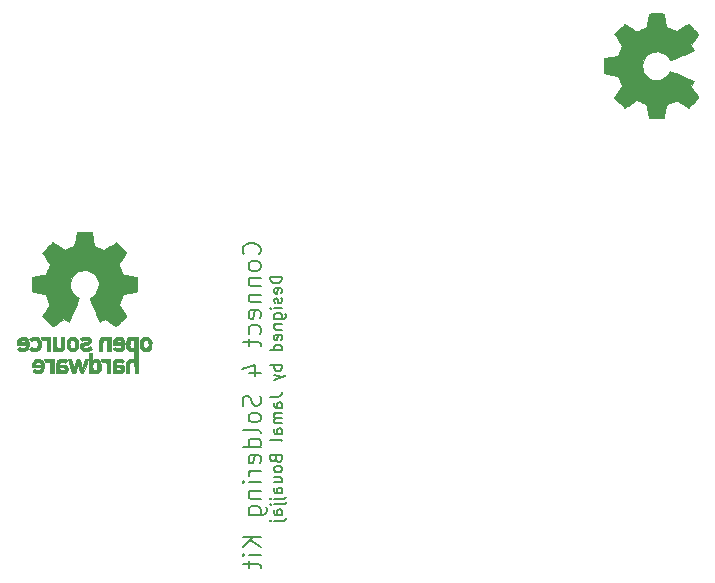
<source format=gbr>
G04 #@! TF.GenerationSoftware,KiCad,Pcbnew,(5.1.5)-3*
G04 #@! TF.CreationDate,2020-04-21T16:30:52-04:00*
G04 #@! TF.ProjectId,PCB,5043422e-6b69-4636-9164-5f7063625858,rev?*
G04 #@! TF.SameCoordinates,Original*
G04 #@! TF.FileFunction,Legend,Bot*
G04 #@! TF.FilePolarity,Positive*
%FSLAX46Y46*%
G04 Gerber Fmt 4.6, Leading zero omitted, Abs format (unit mm)*
G04 Created by KiCad (PCBNEW (5.1.5)-3) date 2020-04-21 16:30:52*
%MOMM*%
%LPD*%
G04 APERTURE LIST*
%ADD10C,0.150000*%
%ADD11C,0.190500*%
%ADD12C,0.010000*%
G04 APERTURE END LIST*
D10*
X132532380Y-105490666D02*
X131532380Y-105490666D01*
X131532380Y-105728761D01*
X131580000Y-105871619D01*
X131675238Y-105966857D01*
X131770476Y-106014476D01*
X131960952Y-106062095D01*
X132103809Y-106062095D01*
X132294285Y-106014476D01*
X132389523Y-105966857D01*
X132484761Y-105871619D01*
X132532380Y-105728761D01*
X132532380Y-105490666D01*
X132484761Y-106871619D02*
X132532380Y-106776380D01*
X132532380Y-106585904D01*
X132484761Y-106490666D01*
X132389523Y-106443047D01*
X132008571Y-106443047D01*
X131913333Y-106490666D01*
X131865714Y-106585904D01*
X131865714Y-106776380D01*
X131913333Y-106871619D01*
X132008571Y-106919238D01*
X132103809Y-106919238D01*
X132199047Y-106443047D01*
X132484761Y-107300190D02*
X132532380Y-107395428D01*
X132532380Y-107585904D01*
X132484761Y-107681142D01*
X132389523Y-107728761D01*
X132341904Y-107728761D01*
X132246666Y-107681142D01*
X132199047Y-107585904D01*
X132199047Y-107443047D01*
X132151428Y-107347809D01*
X132056190Y-107300190D01*
X132008571Y-107300190D01*
X131913333Y-107347809D01*
X131865714Y-107443047D01*
X131865714Y-107585904D01*
X131913333Y-107681142D01*
X132532380Y-108157333D02*
X131865714Y-108157333D01*
X131532380Y-108157333D02*
X131580000Y-108109714D01*
X131627619Y-108157333D01*
X131580000Y-108204952D01*
X131532380Y-108157333D01*
X131627619Y-108157333D01*
X131865714Y-109062095D02*
X132675238Y-109062095D01*
X132770476Y-109014476D01*
X132818095Y-108966857D01*
X132865714Y-108871619D01*
X132865714Y-108728761D01*
X132818095Y-108633523D01*
X132484761Y-109062095D02*
X132532380Y-108966857D01*
X132532380Y-108776380D01*
X132484761Y-108681142D01*
X132437142Y-108633523D01*
X132341904Y-108585904D01*
X132056190Y-108585904D01*
X131960952Y-108633523D01*
X131913333Y-108681142D01*
X131865714Y-108776380D01*
X131865714Y-108966857D01*
X131913333Y-109062095D01*
X131865714Y-109538285D02*
X132532380Y-109538285D01*
X131960952Y-109538285D02*
X131913333Y-109585904D01*
X131865714Y-109681142D01*
X131865714Y-109824000D01*
X131913333Y-109919238D01*
X132008571Y-109966857D01*
X132532380Y-109966857D01*
X132484761Y-110824000D02*
X132532380Y-110728761D01*
X132532380Y-110538285D01*
X132484761Y-110443047D01*
X132389523Y-110395428D01*
X132008571Y-110395428D01*
X131913333Y-110443047D01*
X131865714Y-110538285D01*
X131865714Y-110728761D01*
X131913333Y-110824000D01*
X132008571Y-110871619D01*
X132103809Y-110871619D01*
X132199047Y-110395428D01*
X132532380Y-111728761D02*
X131532380Y-111728761D01*
X132484761Y-111728761D02*
X132532380Y-111633523D01*
X132532380Y-111443047D01*
X132484761Y-111347809D01*
X132437142Y-111300190D01*
X132341904Y-111252571D01*
X132056190Y-111252571D01*
X131960952Y-111300190D01*
X131913333Y-111347809D01*
X131865714Y-111443047D01*
X131865714Y-111633523D01*
X131913333Y-111728761D01*
X132532380Y-112966857D02*
X131532380Y-112966857D01*
X131913333Y-112966857D02*
X131865714Y-113062095D01*
X131865714Y-113252571D01*
X131913333Y-113347809D01*
X131960952Y-113395428D01*
X132056190Y-113443047D01*
X132341904Y-113443047D01*
X132437142Y-113395428D01*
X132484761Y-113347809D01*
X132532380Y-113252571D01*
X132532380Y-113062095D01*
X132484761Y-112966857D01*
X131865714Y-113776380D02*
X132532380Y-114014476D01*
X131865714Y-114252571D02*
X132532380Y-114014476D01*
X132770476Y-113919238D01*
X132818095Y-113871619D01*
X132865714Y-113776380D01*
X131532380Y-115681142D02*
X132246666Y-115681142D01*
X132389523Y-115633523D01*
X132484761Y-115538285D01*
X132532380Y-115395428D01*
X132532380Y-115300190D01*
X132532380Y-116585904D02*
X132008571Y-116585904D01*
X131913333Y-116538285D01*
X131865714Y-116443047D01*
X131865714Y-116252571D01*
X131913333Y-116157333D01*
X132484761Y-116585904D02*
X132532380Y-116490666D01*
X132532380Y-116252571D01*
X132484761Y-116157333D01*
X132389523Y-116109714D01*
X132294285Y-116109714D01*
X132199047Y-116157333D01*
X132151428Y-116252571D01*
X132151428Y-116490666D01*
X132103809Y-116585904D01*
X132532380Y-117062095D02*
X131865714Y-117062095D01*
X131960952Y-117062095D02*
X131913333Y-117109714D01*
X131865714Y-117204952D01*
X131865714Y-117347809D01*
X131913333Y-117443047D01*
X132008571Y-117490666D01*
X132532380Y-117490666D01*
X132008571Y-117490666D02*
X131913333Y-117538285D01*
X131865714Y-117633523D01*
X131865714Y-117776380D01*
X131913333Y-117871619D01*
X132008571Y-117919238D01*
X132532380Y-117919238D01*
X132532380Y-118824000D02*
X132008571Y-118824000D01*
X131913333Y-118776380D01*
X131865714Y-118681142D01*
X131865714Y-118490666D01*
X131913333Y-118395428D01*
X132484761Y-118824000D02*
X132532380Y-118728761D01*
X132532380Y-118490666D01*
X132484761Y-118395428D01*
X132389523Y-118347809D01*
X132294285Y-118347809D01*
X132199047Y-118395428D01*
X132151428Y-118490666D01*
X132151428Y-118728761D01*
X132103809Y-118824000D01*
X132532380Y-119443047D02*
X132484761Y-119347809D01*
X132389523Y-119300190D01*
X131532380Y-119300190D01*
X132008571Y-120919238D02*
X132056190Y-121062095D01*
X132103809Y-121109714D01*
X132199047Y-121157333D01*
X132341904Y-121157333D01*
X132437142Y-121109714D01*
X132484761Y-121062095D01*
X132532380Y-120966857D01*
X132532380Y-120585904D01*
X131532380Y-120585904D01*
X131532380Y-120919238D01*
X131580000Y-121014476D01*
X131627619Y-121062095D01*
X131722857Y-121109714D01*
X131818095Y-121109714D01*
X131913333Y-121062095D01*
X131960952Y-121014476D01*
X132008571Y-120919238D01*
X132008571Y-120585904D01*
X132532380Y-121728761D02*
X132484761Y-121633523D01*
X132437142Y-121585904D01*
X132341904Y-121538285D01*
X132056190Y-121538285D01*
X131960952Y-121585904D01*
X131913333Y-121633523D01*
X131865714Y-121728761D01*
X131865714Y-121871619D01*
X131913333Y-121966857D01*
X131960952Y-122014476D01*
X132056190Y-122062095D01*
X132341904Y-122062095D01*
X132437142Y-122014476D01*
X132484761Y-121966857D01*
X132532380Y-121871619D01*
X132532380Y-121728761D01*
X131865714Y-122919238D02*
X132532380Y-122919238D01*
X131865714Y-122490666D02*
X132389523Y-122490666D01*
X132484761Y-122538285D01*
X132532380Y-122633523D01*
X132532380Y-122776380D01*
X132484761Y-122871619D01*
X132437142Y-122919238D01*
X132532380Y-123824000D02*
X132008571Y-123824000D01*
X131913333Y-123776380D01*
X131865714Y-123681142D01*
X131865714Y-123490666D01*
X131913333Y-123395428D01*
X132484761Y-123824000D02*
X132532380Y-123728761D01*
X132532380Y-123490666D01*
X132484761Y-123395428D01*
X132389523Y-123347809D01*
X132294285Y-123347809D01*
X132199047Y-123395428D01*
X132151428Y-123490666D01*
X132151428Y-123728761D01*
X132103809Y-123824000D01*
X131865714Y-124300190D02*
X132722857Y-124300190D01*
X132818095Y-124252571D01*
X132865714Y-124157333D01*
X132865714Y-124109714D01*
X131532380Y-124300190D02*
X131580000Y-124252571D01*
X131627619Y-124300190D01*
X131580000Y-124347809D01*
X131532380Y-124300190D01*
X131627619Y-124300190D01*
X131865714Y-124776380D02*
X132722857Y-124776380D01*
X132818095Y-124728761D01*
X132865714Y-124633523D01*
X132865714Y-124585904D01*
X131532380Y-124776380D02*
X131580000Y-124728761D01*
X131627619Y-124776380D01*
X131580000Y-124824000D01*
X131532380Y-124776380D01*
X131627619Y-124776380D01*
X132532380Y-125681142D02*
X132008571Y-125681142D01*
X131913333Y-125633523D01*
X131865714Y-125538285D01*
X131865714Y-125347809D01*
X131913333Y-125252571D01*
X132484761Y-125681142D02*
X132532380Y-125585904D01*
X132532380Y-125347809D01*
X132484761Y-125252571D01*
X132389523Y-125204952D01*
X132294285Y-125204952D01*
X132199047Y-125252571D01*
X132151428Y-125347809D01*
X132151428Y-125585904D01*
X132103809Y-125681142D01*
X131865714Y-126157333D02*
X132722857Y-126157333D01*
X132818095Y-126109714D01*
X132865714Y-126014476D01*
X132865714Y-125966857D01*
X131532380Y-126157333D02*
X131580000Y-126109714D01*
X131627619Y-126157333D01*
X131580000Y-126204952D01*
X131532380Y-126157333D01*
X131627619Y-126157333D01*
D11*
X130592285Y-103595714D02*
X130664857Y-103523142D01*
X130737428Y-103305428D01*
X130737428Y-103160285D01*
X130664857Y-102942571D01*
X130519714Y-102797428D01*
X130374571Y-102724857D01*
X130084285Y-102652285D01*
X129866571Y-102652285D01*
X129576285Y-102724857D01*
X129431142Y-102797428D01*
X129286000Y-102942571D01*
X129213428Y-103160285D01*
X129213428Y-103305428D01*
X129286000Y-103523142D01*
X129358571Y-103595714D01*
X130737428Y-104466571D02*
X130664857Y-104321428D01*
X130592285Y-104248857D01*
X130447142Y-104176285D01*
X130011714Y-104176285D01*
X129866571Y-104248857D01*
X129794000Y-104321428D01*
X129721428Y-104466571D01*
X129721428Y-104684285D01*
X129794000Y-104829428D01*
X129866571Y-104902000D01*
X130011714Y-104974571D01*
X130447142Y-104974571D01*
X130592285Y-104902000D01*
X130664857Y-104829428D01*
X130737428Y-104684285D01*
X130737428Y-104466571D01*
X129721428Y-105627714D02*
X130737428Y-105627714D01*
X129866571Y-105627714D02*
X129794000Y-105700285D01*
X129721428Y-105845428D01*
X129721428Y-106063142D01*
X129794000Y-106208285D01*
X129939142Y-106280857D01*
X130737428Y-106280857D01*
X129721428Y-107006571D02*
X130737428Y-107006571D01*
X129866571Y-107006571D02*
X129794000Y-107079142D01*
X129721428Y-107224285D01*
X129721428Y-107442000D01*
X129794000Y-107587142D01*
X129939142Y-107659714D01*
X130737428Y-107659714D01*
X130664857Y-108966000D02*
X130737428Y-108820857D01*
X130737428Y-108530571D01*
X130664857Y-108385428D01*
X130519714Y-108312857D01*
X129939142Y-108312857D01*
X129794000Y-108385428D01*
X129721428Y-108530571D01*
X129721428Y-108820857D01*
X129794000Y-108966000D01*
X129939142Y-109038571D01*
X130084285Y-109038571D01*
X130229428Y-108312857D01*
X130664857Y-110344857D02*
X130737428Y-110199714D01*
X130737428Y-109909428D01*
X130664857Y-109764285D01*
X130592285Y-109691714D01*
X130447142Y-109619142D01*
X130011714Y-109619142D01*
X129866571Y-109691714D01*
X129794000Y-109764285D01*
X129721428Y-109909428D01*
X129721428Y-110199714D01*
X129794000Y-110344857D01*
X129721428Y-110780285D02*
X129721428Y-111360857D01*
X129213428Y-110998000D02*
X130519714Y-110998000D01*
X130664857Y-111070571D01*
X130737428Y-111215714D01*
X130737428Y-111360857D01*
X129721428Y-113683142D02*
X130737428Y-113683142D01*
X129140857Y-113320285D02*
X130229428Y-112957428D01*
X130229428Y-113900857D01*
X130664857Y-115570000D02*
X130737428Y-115787714D01*
X130737428Y-116150571D01*
X130664857Y-116295714D01*
X130592285Y-116368285D01*
X130447142Y-116440857D01*
X130302000Y-116440857D01*
X130156857Y-116368285D01*
X130084285Y-116295714D01*
X130011714Y-116150571D01*
X129939142Y-115860285D01*
X129866571Y-115715142D01*
X129794000Y-115642571D01*
X129648857Y-115570000D01*
X129503714Y-115570000D01*
X129358571Y-115642571D01*
X129286000Y-115715142D01*
X129213428Y-115860285D01*
X129213428Y-116223142D01*
X129286000Y-116440857D01*
X130737428Y-117311714D02*
X130664857Y-117166571D01*
X130592285Y-117094000D01*
X130447142Y-117021428D01*
X130011714Y-117021428D01*
X129866571Y-117094000D01*
X129794000Y-117166571D01*
X129721428Y-117311714D01*
X129721428Y-117529428D01*
X129794000Y-117674571D01*
X129866571Y-117747142D01*
X130011714Y-117819714D01*
X130447142Y-117819714D01*
X130592285Y-117747142D01*
X130664857Y-117674571D01*
X130737428Y-117529428D01*
X130737428Y-117311714D01*
X130737428Y-118690571D02*
X130664857Y-118545428D01*
X130519714Y-118472857D01*
X129213428Y-118472857D01*
X130737428Y-119924285D02*
X129213428Y-119924285D01*
X130664857Y-119924285D02*
X130737428Y-119779142D01*
X130737428Y-119488857D01*
X130664857Y-119343714D01*
X130592285Y-119271142D01*
X130447142Y-119198571D01*
X130011714Y-119198571D01*
X129866571Y-119271142D01*
X129794000Y-119343714D01*
X129721428Y-119488857D01*
X129721428Y-119779142D01*
X129794000Y-119924285D01*
X130664857Y-121230571D02*
X130737428Y-121085428D01*
X130737428Y-120795142D01*
X130664857Y-120650000D01*
X130519714Y-120577428D01*
X129939142Y-120577428D01*
X129794000Y-120650000D01*
X129721428Y-120795142D01*
X129721428Y-121085428D01*
X129794000Y-121230571D01*
X129939142Y-121303142D01*
X130084285Y-121303142D01*
X130229428Y-120577428D01*
X130737428Y-121956285D02*
X129721428Y-121956285D01*
X130011714Y-121956285D02*
X129866571Y-122028857D01*
X129794000Y-122101428D01*
X129721428Y-122246571D01*
X129721428Y-122391714D01*
X130737428Y-122899714D02*
X129721428Y-122899714D01*
X129213428Y-122899714D02*
X129286000Y-122827142D01*
X129358571Y-122899714D01*
X129286000Y-122972285D01*
X129213428Y-122899714D01*
X129358571Y-122899714D01*
X129721428Y-123625428D02*
X130737428Y-123625428D01*
X129866571Y-123625428D02*
X129794000Y-123698000D01*
X129721428Y-123843142D01*
X129721428Y-124060857D01*
X129794000Y-124206000D01*
X129939142Y-124278571D01*
X130737428Y-124278571D01*
X129721428Y-125657428D02*
X130955142Y-125657428D01*
X131100285Y-125584857D01*
X131172857Y-125512285D01*
X131245428Y-125367142D01*
X131245428Y-125149428D01*
X131172857Y-125004285D01*
X130664857Y-125657428D02*
X130737428Y-125512285D01*
X130737428Y-125222000D01*
X130664857Y-125076857D01*
X130592285Y-125004285D01*
X130447142Y-124931714D01*
X130011714Y-124931714D01*
X129866571Y-125004285D01*
X129794000Y-125076857D01*
X129721428Y-125222000D01*
X129721428Y-125512285D01*
X129794000Y-125657428D01*
X130737428Y-127544285D02*
X129213428Y-127544285D01*
X130737428Y-128415142D02*
X129866571Y-127762000D01*
X129213428Y-128415142D02*
X130084285Y-127544285D01*
X130737428Y-129068285D02*
X129721428Y-129068285D01*
X129213428Y-129068285D02*
X129286000Y-128995714D01*
X129358571Y-129068285D01*
X129286000Y-129140857D01*
X129213428Y-129068285D01*
X129358571Y-129068285D01*
X129721428Y-129576285D02*
X129721428Y-130156857D01*
X129213428Y-129794000D02*
X130519714Y-129794000D01*
X130664857Y-129866571D01*
X130737428Y-130011714D01*
X130737428Y-130156857D01*
D12*
G36*
X115077465Y-102329172D02*
G01*
X114964883Y-102926363D01*
X114549469Y-103097610D01*
X114134056Y-103268857D01*
X113635698Y-102929978D01*
X113496132Y-102835622D01*
X113369972Y-102751375D01*
X113263105Y-102681083D01*
X113181418Y-102628592D01*
X113130799Y-102597749D01*
X113117014Y-102591098D01*
X113092180Y-102608203D01*
X113039112Y-102655489D01*
X112963760Y-102726917D01*
X112872071Y-102816445D01*
X112769993Y-102918034D01*
X112663474Y-103025643D01*
X112558464Y-103133232D01*
X112460909Y-103234760D01*
X112376758Y-103324186D01*
X112311960Y-103395471D01*
X112272462Y-103442573D01*
X112263020Y-103458337D01*
X112276609Y-103487398D01*
X112314707Y-103551066D01*
X112373306Y-103643112D01*
X112448403Y-103757309D01*
X112535991Y-103887429D01*
X112586746Y-103961646D01*
X112679255Y-104097167D01*
X112761460Y-104219461D01*
X112829370Y-104322440D01*
X112879000Y-104400018D01*
X112906360Y-104446106D01*
X112910471Y-104455792D01*
X112901151Y-104483319D01*
X112875746Y-104547473D01*
X112838089Y-104639235D01*
X112792014Y-104749584D01*
X112741354Y-104869500D01*
X112689941Y-104989964D01*
X112641611Y-105101954D01*
X112600194Y-105196452D01*
X112569526Y-105264437D01*
X112553438Y-105296888D01*
X112552489Y-105298165D01*
X112527228Y-105304362D01*
X112459954Y-105318185D01*
X112357640Y-105338277D01*
X112227259Y-105363279D01*
X112075784Y-105391831D01*
X111987406Y-105408296D01*
X111825548Y-105439114D01*
X111679351Y-105468439D01*
X111556213Y-105494666D01*
X111463531Y-105516191D01*
X111408699Y-105531410D01*
X111397677Y-105536238D01*
X111386881Y-105568919D01*
X111378171Y-105642730D01*
X111371540Y-105749037D01*
X111366982Y-105879212D01*
X111364491Y-106024621D01*
X111364062Y-106176635D01*
X111365689Y-106326622D01*
X111369365Y-106465951D01*
X111375085Y-106585990D01*
X111382842Y-106678110D01*
X111392632Y-106733677D01*
X111398504Y-106745245D01*
X111433601Y-106759110D01*
X111507972Y-106778933D01*
X111611777Y-106802384D01*
X111735181Y-106827136D01*
X111778259Y-106835143D01*
X111985953Y-106873186D01*
X112150016Y-106903824D01*
X112275870Y-106928274D01*
X112368935Y-106947754D01*
X112434633Y-106963481D01*
X112478383Y-106976673D01*
X112505608Y-106988549D01*
X112521728Y-107000325D01*
X112523983Y-107002653D01*
X112546497Y-107040145D01*
X112580842Y-107113110D01*
X112623589Y-107212612D01*
X112671308Y-107329718D01*
X112720570Y-107455493D01*
X112767945Y-107581002D01*
X112810005Y-107697310D01*
X112843320Y-107795484D01*
X112864459Y-107866588D01*
X112869995Y-107901687D01*
X112869534Y-107902917D01*
X112850777Y-107931606D01*
X112808224Y-107994730D01*
X112746347Y-108085718D01*
X112669618Y-108198000D01*
X112582509Y-108325005D01*
X112557701Y-108361098D01*
X112469247Y-108491948D01*
X112391412Y-108611336D01*
X112328434Y-108712407D01*
X112284555Y-108788304D01*
X112264015Y-108832172D01*
X112263020Y-108837562D01*
X112280278Y-108865889D01*
X112327964Y-108922006D01*
X112399950Y-108999882D01*
X112490103Y-109093485D01*
X112592295Y-109196786D01*
X112700394Y-109303751D01*
X112808272Y-109408351D01*
X112909796Y-109504554D01*
X112998838Y-109586329D01*
X113069267Y-109647645D01*
X113114953Y-109682471D01*
X113127591Y-109688157D01*
X113157009Y-109674765D01*
X113217239Y-109638644D01*
X113298470Y-109585881D01*
X113360970Y-109543412D01*
X113474215Y-109465485D01*
X113608326Y-109373729D01*
X113742845Y-109282120D01*
X113815167Y-109233091D01*
X114059962Y-109067515D01*
X114265449Y-109178620D01*
X114359064Y-109227293D01*
X114438670Y-109265126D01*
X114492533Y-109286703D01*
X114506243Y-109289706D01*
X114522730Y-109267538D01*
X114555255Y-109204894D01*
X114601391Y-109107554D01*
X114658710Y-108981294D01*
X114724784Y-108831895D01*
X114797185Y-108665133D01*
X114873484Y-108486787D01*
X114951254Y-108302636D01*
X115028066Y-108118457D01*
X115101494Y-107940030D01*
X115169108Y-107773132D01*
X115228480Y-107623542D01*
X115277184Y-107497038D01*
X115312790Y-107399399D01*
X115332870Y-107336402D01*
X115336100Y-107314766D01*
X115310504Y-107287169D01*
X115254461Y-107242370D01*
X115179689Y-107189679D01*
X115173413Y-107185510D01*
X114980155Y-107030814D01*
X114824326Y-106850336D01*
X114707276Y-106649847D01*
X114630355Y-106435119D01*
X114594914Y-106211922D01*
X114602303Y-105986026D01*
X114653873Y-105763204D01*
X114750974Y-105549224D01*
X114779542Y-105502409D01*
X114928132Y-105313363D01*
X115103673Y-105161557D01*
X115300090Y-105047779D01*
X115511307Y-104972820D01*
X115731247Y-104937467D01*
X115953837Y-104942512D01*
X116172999Y-104988744D01*
X116382658Y-105076951D01*
X116576739Y-105207924D01*
X116636774Y-105261082D01*
X116789565Y-105427484D01*
X116900903Y-105602657D01*
X116977277Y-105799011D01*
X117019813Y-105993462D01*
X117030314Y-106212087D01*
X116995299Y-106431797D01*
X116918327Y-106645165D01*
X116802953Y-106844767D01*
X116652734Y-107023174D01*
X116471227Y-107172962D01*
X116447373Y-107188751D01*
X116371799Y-107240457D01*
X116314349Y-107285257D01*
X116286883Y-107313862D01*
X116286483Y-107314766D01*
X116292380Y-107345709D01*
X116315755Y-107415936D01*
X116354179Y-107519670D01*
X116405223Y-107651135D01*
X116466458Y-107804552D01*
X116535456Y-107974146D01*
X116609786Y-108154138D01*
X116687022Y-108338753D01*
X116764732Y-108522213D01*
X116840489Y-108698741D01*
X116911863Y-108862559D01*
X116976426Y-109007892D01*
X117031748Y-109128962D01*
X117075400Y-109219992D01*
X117104954Y-109275205D01*
X117116856Y-109289706D01*
X117153223Y-109278414D01*
X117221270Y-109248130D01*
X117309263Y-109204265D01*
X117357649Y-109178620D01*
X117563137Y-109067515D01*
X117807932Y-109233091D01*
X117932894Y-109317915D01*
X118069705Y-109411261D01*
X118197911Y-109499153D01*
X118262129Y-109543412D01*
X118352449Y-109604063D01*
X118428929Y-109652126D01*
X118481593Y-109681515D01*
X118498698Y-109687727D01*
X118523595Y-109670968D01*
X118578695Y-109624181D01*
X118658657Y-109552225D01*
X118758139Y-109459957D01*
X118871800Y-109352235D01*
X118943685Y-109283071D01*
X119069449Y-109159502D01*
X119178137Y-109048979D01*
X119265355Y-108956230D01*
X119326711Y-108885982D01*
X119357809Y-108842965D01*
X119360792Y-108834235D01*
X119346947Y-108801029D01*
X119308688Y-108733887D01*
X119250258Y-108639608D01*
X119175903Y-108524990D01*
X119089865Y-108396828D01*
X119065397Y-108361098D01*
X118976245Y-108231234D01*
X118896262Y-108114314D01*
X118829920Y-108016907D01*
X118781689Y-107945584D01*
X118756043Y-107906915D01*
X118753565Y-107902917D01*
X118757271Y-107872100D01*
X118776939Y-107804344D01*
X118809140Y-107708584D01*
X118850445Y-107593754D01*
X118897425Y-107468789D01*
X118946651Y-107342624D01*
X118994692Y-107224193D01*
X119038119Y-107122430D01*
X119073504Y-107046271D01*
X119097416Y-107004649D01*
X119099116Y-107002653D01*
X119113738Y-106990758D01*
X119138435Y-106978995D01*
X119178628Y-106966146D01*
X119239737Y-106950994D01*
X119327183Y-106932321D01*
X119446388Y-106908910D01*
X119602773Y-106879542D01*
X119801757Y-106843000D01*
X119844840Y-106835143D01*
X119972529Y-106810472D01*
X120083847Y-106786338D01*
X120168955Y-106765069D01*
X120218017Y-106748993D01*
X120224595Y-106745245D01*
X120235436Y-106712018D01*
X120244247Y-106637766D01*
X120251024Y-106531121D01*
X120255760Y-106400712D01*
X120258450Y-106255172D01*
X120259087Y-106103131D01*
X120257666Y-105953221D01*
X120254180Y-105814073D01*
X120248624Y-105694317D01*
X120240992Y-105602586D01*
X120231278Y-105547511D01*
X120225422Y-105536238D01*
X120192820Y-105524868D01*
X120118582Y-105506369D01*
X120010104Y-105482347D01*
X119874783Y-105454407D01*
X119720015Y-105424153D01*
X119635692Y-105408296D01*
X119475704Y-105378389D01*
X119333033Y-105351295D01*
X119214652Y-105328376D01*
X119127535Y-105310988D01*
X119078655Y-105300492D01*
X119070610Y-105298165D01*
X119057013Y-105271931D01*
X119028271Y-105208740D01*
X118988215Y-105117622D01*
X118940676Y-105007602D01*
X118889485Y-104887710D01*
X118838474Y-104766972D01*
X118791474Y-104654416D01*
X118752316Y-104559071D01*
X118724831Y-104489962D01*
X118712851Y-104456119D01*
X118712628Y-104454640D01*
X118726209Y-104427942D01*
X118764285Y-104366505D01*
X118822853Y-104276434D01*
X118897912Y-104163835D01*
X118985460Y-104034815D01*
X119036353Y-103960706D01*
X119129091Y-103824822D01*
X119211459Y-103701454D01*
X119279439Y-103596842D01*
X119329012Y-103517228D01*
X119356158Y-103468852D01*
X119360079Y-103458007D01*
X119343225Y-103432765D01*
X119296632Y-103378869D01*
X119226251Y-103302358D01*
X119138035Y-103209268D01*
X119037935Y-103105640D01*
X118931902Y-102997509D01*
X118825889Y-102890915D01*
X118725848Y-102791895D01*
X118637730Y-102706487D01*
X118567487Y-102640730D01*
X118521072Y-102600661D01*
X118505544Y-102591098D01*
X118480261Y-102604545D01*
X118419789Y-102642320D01*
X118330008Y-102700580D01*
X118216797Y-102775479D01*
X118086036Y-102863170D01*
X117987400Y-102929978D01*
X117489043Y-103268857D01*
X117073629Y-103097610D01*
X116658216Y-102926363D01*
X116545634Y-102329172D01*
X116433051Y-101731980D01*
X115190048Y-101731980D01*
X115077465Y-102329172D01*
G37*
X115077465Y-102329172D02*
X114964883Y-102926363D01*
X114549469Y-103097610D01*
X114134056Y-103268857D01*
X113635698Y-102929978D01*
X113496132Y-102835622D01*
X113369972Y-102751375D01*
X113263105Y-102681083D01*
X113181418Y-102628592D01*
X113130799Y-102597749D01*
X113117014Y-102591098D01*
X113092180Y-102608203D01*
X113039112Y-102655489D01*
X112963760Y-102726917D01*
X112872071Y-102816445D01*
X112769993Y-102918034D01*
X112663474Y-103025643D01*
X112558464Y-103133232D01*
X112460909Y-103234760D01*
X112376758Y-103324186D01*
X112311960Y-103395471D01*
X112272462Y-103442573D01*
X112263020Y-103458337D01*
X112276609Y-103487398D01*
X112314707Y-103551066D01*
X112373306Y-103643112D01*
X112448403Y-103757309D01*
X112535991Y-103887429D01*
X112586746Y-103961646D01*
X112679255Y-104097167D01*
X112761460Y-104219461D01*
X112829370Y-104322440D01*
X112879000Y-104400018D01*
X112906360Y-104446106D01*
X112910471Y-104455792D01*
X112901151Y-104483319D01*
X112875746Y-104547473D01*
X112838089Y-104639235D01*
X112792014Y-104749584D01*
X112741354Y-104869500D01*
X112689941Y-104989964D01*
X112641611Y-105101954D01*
X112600194Y-105196452D01*
X112569526Y-105264437D01*
X112553438Y-105296888D01*
X112552489Y-105298165D01*
X112527228Y-105304362D01*
X112459954Y-105318185D01*
X112357640Y-105338277D01*
X112227259Y-105363279D01*
X112075784Y-105391831D01*
X111987406Y-105408296D01*
X111825548Y-105439114D01*
X111679351Y-105468439D01*
X111556213Y-105494666D01*
X111463531Y-105516191D01*
X111408699Y-105531410D01*
X111397677Y-105536238D01*
X111386881Y-105568919D01*
X111378171Y-105642730D01*
X111371540Y-105749037D01*
X111366982Y-105879212D01*
X111364491Y-106024621D01*
X111364062Y-106176635D01*
X111365689Y-106326622D01*
X111369365Y-106465951D01*
X111375085Y-106585990D01*
X111382842Y-106678110D01*
X111392632Y-106733677D01*
X111398504Y-106745245D01*
X111433601Y-106759110D01*
X111507972Y-106778933D01*
X111611777Y-106802384D01*
X111735181Y-106827136D01*
X111778259Y-106835143D01*
X111985953Y-106873186D01*
X112150016Y-106903824D01*
X112275870Y-106928274D01*
X112368935Y-106947754D01*
X112434633Y-106963481D01*
X112478383Y-106976673D01*
X112505608Y-106988549D01*
X112521728Y-107000325D01*
X112523983Y-107002653D01*
X112546497Y-107040145D01*
X112580842Y-107113110D01*
X112623589Y-107212612D01*
X112671308Y-107329718D01*
X112720570Y-107455493D01*
X112767945Y-107581002D01*
X112810005Y-107697310D01*
X112843320Y-107795484D01*
X112864459Y-107866588D01*
X112869995Y-107901687D01*
X112869534Y-107902917D01*
X112850777Y-107931606D01*
X112808224Y-107994730D01*
X112746347Y-108085718D01*
X112669618Y-108198000D01*
X112582509Y-108325005D01*
X112557701Y-108361098D01*
X112469247Y-108491948D01*
X112391412Y-108611336D01*
X112328434Y-108712407D01*
X112284555Y-108788304D01*
X112264015Y-108832172D01*
X112263020Y-108837562D01*
X112280278Y-108865889D01*
X112327964Y-108922006D01*
X112399950Y-108999882D01*
X112490103Y-109093485D01*
X112592295Y-109196786D01*
X112700394Y-109303751D01*
X112808272Y-109408351D01*
X112909796Y-109504554D01*
X112998838Y-109586329D01*
X113069267Y-109647645D01*
X113114953Y-109682471D01*
X113127591Y-109688157D01*
X113157009Y-109674765D01*
X113217239Y-109638644D01*
X113298470Y-109585881D01*
X113360970Y-109543412D01*
X113474215Y-109465485D01*
X113608326Y-109373729D01*
X113742845Y-109282120D01*
X113815167Y-109233091D01*
X114059962Y-109067515D01*
X114265449Y-109178620D01*
X114359064Y-109227293D01*
X114438670Y-109265126D01*
X114492533Y-109286703D01*
X114506243Y-109289706D01*
X114522730Y-109267538D01*
X114555255Y-109204894D01*
X114601391Y-109107554D01*
X114658710Y-108981294D01*
X114724784Y-108831895D01*
X114797185Y-108665133D01*
X114873484Y-108486787D01*
X114951254Y-108302636D01*
X115028066Y-108118457D01*
X115101494Y-107940030D01*
X115169108Y-107773132D01*
X115228480Y-107623542D01*
X115277184Y-107497038D01*
X115312790Y-107399399D01*
X115332870Y-107336402D01*
X115336100Y-107314766D01*
X115310504Y-107287169D01*
X115254461Y-107242370D01*
X115179689Y-107189679D01*
X115173413Y-107185510D01*
X114980155Y-107030814D01*
X114824326Y-106850336D01*
X114707276Y-106649847D01*
X114630355Y-106435119D01*
X114594914Y-106211922D01*
X114602303Y-105986026D01*
X114653873Y-105763204D01*
X114750974Y-105549224D01*
X114779542Y-105502409D01*
X114928132Y-105313363D01*
X115103673Y-105161557D01*
X115300090Y-105047779D01*
X115511307Y-104972820D01*
X115731247Y-104937467D01*
X115953837Y-104942512D01*
X116172999Y-104988744D01*
X116382658Y-105076951D01*
X116576739Y-105207924D01*
X116636774Y-105261082D01*
X116789565Y-105427484D01*
X116900903Y-105602657D01*
X116977277Y-105799011D01*
X117019813Y-105993462D01*
X117030314Y-106212087D01*
X116995299Y-106431797D01*
X116918327Y-106645165D01*
X116802953Y-106844767D01*
X116652734Y-107023174D01*
X116471227Y-107172962D01*
X116447373Y-107188751D01*
X116371799Y-107240457D01*
X116314349Y-107285257D01*
X116286883Y-107313862D01*
X116286483Y-107314766D01*
X116292380Y-107345709D01*
X116315755Y-107415936D01*
X116354179Y-107519670D01*
X116405223Y-107651135D01*
X116466458Y-107804552D01*
X116535456Y-107974146D01*
X116609786Y-108154138D01*
X116687022Y-108338753D01*
X116764732Y-108522213D01*
X116840489Y-108698741D01*
X116911863Y-108862559D01*
X116976426Y-109007892D01*
X117031748Y-109128962D01*
X117075400Y-109219992D01*
X117104954Y-109275205D01*
X117116856Y-109289706D01*
X117153223Y-109278414D01*
X117221270Y-109248130D01*
X117309263Y-109204265D01*
X117357649Y-109178620D01*
X117563137Y-109067515D01*
X117807932Y-109233091D01*
X117932894Y-109317915D01*
X118069705Y-109411261D01*
X118197911Y-109499153D01*
X118262129Y-109543412D01*
X118352449Y-109604063D01*
X118428929Y-109652126D01*
X118481593Y-109681515D01*
X118498698Y-109687727D01*
X118523595Y-109670968D01*
X118578695Y-109624181D01*
X118658657Y-109552225D01*
X118758139Y-109459957D01*
X118871800Y-109352235D01*
X118943685Y-109283071D01*
X119069449Y-109159502D01*
X119178137Y-109048979D01*
X119265355Y-108956230D01*
X119326711Y-108885982D01*
X119357809Y-108842965D01*
X119360792Y-108834235D01*
X119346947Y-108801029D01*
X119308688Y-108733887D01*
X119250258Y-108639608D01*
X119175903Y-108524990D01*
X119089865Y-108396828D01*
X119065397Y-108361098D01*
X118976245Y-108231234D01*
X118896262Y-108114314D01*
X118829920Y-108016907D01*
X118781689Y-107945584D01*
X118756043Y-107906915D01*
X118753565Y-107902917D01*
X118757271Y-107872100D01*
X118776939Y-107804344D01*
X118809140Y-107708584D01*
X118850445Y-107593754D01*
X118897425Y-107468789D01*
X118946651Y-107342624D01*
X118994692Y-107224193D01*
X119038119Y-107122430D01*
X119073504Y-107046271D01*
X119097416Y-107004649D01*
X119099116Y-107002653D01*
X119113738Y-106990758D01*
X119138435Y-106978995D01*
X119178628Y-106966146D01*
X119239737Y-106950994D01*
X119327183Y-106932321D01*
X119446388Y-106908910D01*
X119602773Y-106879542D01*
X119801757Y-106843000D01*
X119844840Y-106835143D01*
X119972529Y-106810472D01*
X120083847Y-106786338D01*
X120168955Y-106765069D01*
X120218017Y-106748993D01*
X120224595Y-106745245D01*
X120235436Y-106712018D01*
X120244247Y-106637766D01*
X120251024Y-106531121D01*
X120255760Y-106400712D01*
X120258450Y-106255172D01*
X120259087Y-106103131D01*
X120257666Y-105953221D01*
X120254180Y-105814073D01*
X120248624Y-105694317D01*
X120240992Y-105602586D01*
X120231278Y-105547511D01*
X120225422Y-105536238D01*
X120192820Y-105524868D01*
X120118582Y-105506369D01*
X120010104Y-105482347D01*
X119874783Y-105454407D01*
X119720015Y-105424153D01*
X119635692Y-105408296D01*
X119475704Y-105378389D01*
X119333033Y-105351295D01*
X119214652Y-105328376D01*
X119127535Y-105310988D01*
X119078655Y-105300492D01*
X119070610Y-105298165D01*
X119057013Y-105271931D01*
X119028271Y-105208740D01*
X118988215Y-105117622D01*
X118940676Y-105007602D01*
X118889485Y-104887710D01*
X118838474Y-104766972D01*
X118791474Y-104654416D01*
X118752316Y-104559071D01*
X118724831Y-104489962D01*
X118712851Y-104456119D01*
X118712628Y-104454640D01*
X118726209Y-104427942D01*
X118764285Y-104366505D01*
X118822853Y-104276434D01*
X118897912Y-104163835D01*
X118985460Y-104034815D01*
X119036353Y-103960706D01*
X119129091Y-103824822D01*
X119211459Y-103701454D01*
X119279439Y-103596842D01*
X119329012Y-103517228D01*
X119356158Y-103468852D01*
X119360079Y-103458007D01*
X119343225Y-103432765D01*
X119296632Y-103378869D01*
X119226251Y-103302358D01*
X119138035Y-103209268D01*
X119037935Y-103105640D01*
X118931902Y-102997509D01*
X118825889Y-102890915D01*
X118725848Y-102791895D01*
X118637730Y-102706487D01*
X118567487Y-102640730D01*
X118521072Y-102600661D01*
X118505544Y-102591098D01*
X118480261Y-102604545D01*
X118419789Y-102642320D01*
X118330008Y-102700580D01*
X118216797Y-102775479D01*
X118086036Y-102863170D01*
X117987400Y-102929978D01*
X117489043Y-103268857D01*
X117073629Y-103097610D01*
X116658216Y-102926363D01*
X116545634Y-102329172D01*
X116433051Y-101731980D01*
X115190048Y-101731980D01*
X115077465Y-102329172D01*
G36*
X112260363Y-110583472D02*
G01*
X112174710Y-110609641D01*
X112119563Y-110642707D01*
X112101599Y-110668855D01*
X112106543Y-110699852D01*
X112138628Y-110748547D01*
X112165757Y-110783035D01*
X112221683Y-110845383D01*
X112263701Y-110871615D01*
X112299520Y-110869903D01*
X112405776Y-110842863D01*
X112483811Y-110844091D01*
X112547180Y-110874735D01*
X112568454Y-110892670D01*
X112636549Y-110955779D01*
X112636549Y-111779922D01*
X112910471Y-111779922D01*
X112910471Y-110584628D01*
X112773510Y-110584628D01*
X112691281Y-110587879D01*
X112648856Y-110599426D01*
X112636555Y-110621952D01*
X112636549Y-110622620D01*
X112630740Y-110646215D01*
X112604469Y-110643138D01*
X112568069Y-110626115D01*
X112492889Y-110594439D01*
X112431842Y-110575381D01*
X112353292Y-110570496D01*
X112260363Y-110583472D01*
G37*
X112260363Y-110583472D02*
X112174710Y-110609641D01*
X112119563Y-110642707D01*
X112101599Y-110668855D01*
X112106543Y-110699852D01*
X112138628Y-110748547D01*
X112165757Y-110783035D01*
X112221683Y-110845383D01*
X112263701Y-110871615D01*
X112299520Y-110869903D01*
X112405776Y-110842863D01*
X112483811Y-110844091D01*
X112547180Y-110874735D01*
X112568454Y-110892670D01*
X112636549Y-110955779D01*
X112636549Y-111779922D01*
X112910471Y-111779922D01*
X112910471Y-110584628D01*
X112773510Y-110584628D01*
X112691281Y-110587879D01*
X112648856Y-110599426D01*
X112636555Y-110621952D01*
X112636549Y-110622620D01*
X112630740Y-110646215D01*
X112604469Y-110643138D01*
X112568069Y-110626115D01*
X112492889Y-110594439D01*
X112431842Y-110575381D01*
X112353292Y-110570496D01*
X112260363Y-110583472D01*
G36*
X117317240Y-110605199D02*
G01*
X117255264Y-110634802D01*
X117195241Y-110677561D01*
X117149514Y-110726775D01*
X117116207Y-110789544D01*
X117093445Y-110872971D01*
X117079353Y-110984159D01*
X117072058Y-111130209D01*
X117069682Y-111318223D01*
X117069645Y-111337912D01*
X117069098Y-111779922D01*
X117343020Y-111779922D01*
X117343020Y-111372435D01*
X117343215Y-111221471D01*
X117344564Y-111112056D01*
X117348212Y-111035933D01*
X117355304Y-110984848D01*
X117366987Y-110950545D01*
X117384406Y-110924768D01*
X117408671Y-110899298D01*
X117493565Y-110844571D01*
X117586239Y-110834416D01*
X117674527Y-110869017D01*
X117705230Y-110894770D01*
X117727771Y-110918982D01*
X117743954Y-110944912D01*
X117754832Y-110980708D01*
X117761458Y-111034519D01*
X117764885Y-111114493D01*
X117766166Y-111228779D01*
X117766353Y-111367907D01*
X117766353Y-111779922D01*
X118040275Y-111779922D01*
X118040275Y-110584628D01*
X117903314Y-110584628D01*
X117821084Y-110587879D01*
X117778660Y-110599426D01*
X117766359Y-110621952D01*
X117766353Y-110622620D01*
X117760646Y-110644681D01*
X117735473Y-110642177D01*
X117685422Y-110617937D01*
X117571906Y-110582271D01*
X117442055Y-110578305D01*
X117317240Y-110605199D01*
G37*
X117317240Y-110605199D02*
X117255264Y-110634802D01*
X117195241Y-110677561D01*
X117149514Y-110726775D01*
X117116207Y-110789544D01*
X117093445Y-110872971D01*
X117079353Y-110984159D01*
X117072058Y-111130209D01*
X117069682Y-111318223D01*
X117069645Y-111337912D01*
X117069098Y-111779922D01*
X117343020Y-111779922D01*
X117343020Y-111372435D01*
X117343215Y-111221471D01*
X117344564Y-111112056D01*
X117348212Y-111035933D01*
X117355304Y-110984848D01*
X117366987Y-110950545D01*
X117384406Y-110924768D01*
X117408671Y-110899298D01*
X117493565Y-110844571D01*
X117586239Y-110834416D01*
X117674527Y-110869017D01*
X117705230Y-110894770D01*
X117727771Y-110918982D01*
X117743954Y-110944912D01*
X117754832Y-110980708D01*
X117761458Y-111034519D01*
X117764885Y-111114493D01*
X117766166Y-111228779D01*
X117766353Y-111367907D01*
X117766353Y-111779922D01*
X118040275Y-111779922D01*
X118040275Y-110584628D01*
X117903314Y-110584628D01*
X117821084Y-110587879D01*
X117778660Y-110599426D01*
X117766359Y-110621952D01*
X117766353Y-110622620D01*
X117760646Y-110644681D01*
X117735473Y-110642177D01*
X117685422Y-110617937D01*
X117571906Y-110582271D01*
X117442055Y-110578305D01*
X117317240Y-110605199D01*
G36*
X110520713Y-110580355D02*
G01*
X110456949Y-110595845D01*
X110334700Y-110652569D01*
X110230166Y-110739202D01*
X110157820Y-110843074D01*
X110147881Y-110866396D01*
X110134246Y-110927484D01*
X110124702Y-111017853D01*
X110121451Y-111109190D01*
X110121451Y-111281882D01*
X110482530Y-111281882D01*
X110631454Y-111282445D01*
X110736368Y-111285864D01*
X110803063Y-111294731D01*
X110837334Y-111311641D01*
X110844972Y-111339189D01*
X110831771Y-111379968D01*
X110808123Y-111427683D01*
X110742157Y-111507314D01*
X110650488Y-111546987D01*
X110538445Y-111545695D01*
X110411528Y-111502514D01*
X110301842Y-111449224D01*
X110210827Y-111521191D01*
X110119812Y-111593157D01*
X110205437Y-111672269D01*
X110319750Y-111747017D01*
X110460334Y-111792084D01*
X110611551Y-111804696D01*
X110757764Y-111782079D01*
X110781353Y-111774405D01*
X110909859Y-111707296D01*
X111005449Y-111607247D01*
X111070139Y-111471271D01*
X111105943Y-111296380D01*
X111106360Y-111292632D01*
X111109566Y-111102032D01*
X111096607Y-111034035D01*
X110843608Y-111034035D01*
X110820373Y-111044491D01*
X110757290Y-111052500D01*
X110664294Y-111057073D01*
X110605362Y-111057765D01*
X110495463Y-111057332D01*
X110426748Y-111054578D01*
X110390595Y-111047321D01*
X110378385Y-111033376D01*
X110381496Y-111010562D01*
X110384106Y-111001735D01*
X110428656Y-110918800D01*
X110498721Y-110851960D01*
X110560554Y-110822589D01*
X110642699Y-110824362D01*
X110725938Y-110860990D01*
X110795762Y-110921634D01*
X110837663Y-110995456D01*
X110843608Y-111034035D01*
X111096607Y-111034035D01*
X111077615Y-110934395D01*
X111014227Y-110793711D01*
X110923122Y-110683974D01*
X110808022Y-110609174D01*
X110672645Y-110573304D01*
X110520713Y-110580355D01*
G37*
X110520713Y-110580355D02*
X110456949Y-110595845D01*
X110334700Y-110652569D01*
X110230166Y-110739202D01*
X110157820Y-110843074D01*
X110147881Y-110866396D01*
X110134246Y-110927484D01*
X110124702Y-111017853D01*
X110121451Y-111109190D01*
X110121451Y-111281882D01*
X110482530Y-111281882D01*
X110631454Y-111282445D01*
X110736368Y-111285864D01*
X110803063Y-111294731D01*
X110837334Y-111311641D01*
X110844972Y-111339189D01*
X110831771Y-111379968D01*
X110808123Y-111427683D01*
X110742157Y-111507314D01*
X110650488Y-111546987D01*
X110538445Y-111545695D01*
X110411528Y-111502514D01*
X110301842Y-111449224D01*
X110210827Y-111521191D01*
X110119812Y-111593157D01*
X110205437Y-111672269D01*
X110319750Y-111747017D01*
X110460334Y-111792084D01*
X110611551Y-111804696D01*
X110757764Y-111782079D01*
X110781353Y-111774405D01*
X110909859Y-111707296D01*
X111005449Y-111607247D01*
X111070139Y-111471271D01*
X111105943Y-111296380D01*
X111106360Y-111292632D01*
X111109566Y-111102032D01*
X111096607Y-111034035D01*
X110843608Y-111034035D01*
X110820373Y-111044491D01*
X110757290Y-111052500D01*
X110664294Y-111057073D01*
X110605362Y-111057765D01*
X110495463Y-111057332D01*
X110426748Y-111054578D01*
X110390595Y-111047321D01*
X110378385Y-111033376D01*
X110381496Y-111010562D01*
X110384106Y-111001735D01*
X110428656Y-110918800D01*
X110498721Y-110851960D01*
X110560554Y-110822589D01*
X110642699Y-110824362D01*
X110725938Y-110860990D01*
X110795762Y-110921634D01*
X110837663Y-110995456D01*
X110843608Y-111034035D01*
X111096607Y-111034035D01*
X111077615Y-110934395D01*
X111014227Y-110793711D01*
X110923122Y-110683974D01*
X110808022Y-110609174D01*
X110672645Y-110573304D01*
X110520713Y-110580355D01*
G36*
X111433024Y-110595056D02*
G01*
X111288744Y-110656348D01*
X111243301Y-110686185D01*
X111185221Y-110732036D01*
X111148762Y-110768089D01*
X111142432Y-110779832D01*
X111160307Y-110805889D01*
X111206050Y-110850105D01*
X111242672Y-110880965D01*
X111342912Y-110961520D01*
X111422065Y-110894918D01*
X111483231Y-110851921D01*
X111542871Y-110837079D01*
X111611128Y-110840704D01*
X111719518Y-110867652D01*
X111794128Y-110923587D01*
X111839470Y-111014014D01*
X111860053Y-111144435D01*
X111860058Y-111144517D01*
X111858278Y-111290290D01*
X111830613Y-111397245D01*
X111775429Y-111470064D01*
X111737808Y-111494723D01*
X111637895Y-111525431D01*
X111531178Y-111525449D01*
X111438331Y-111495655D01*
X111416353Y-111481098D01*
X111361235Y-111443914D01*
X111318141Y-111437820D01*
X111271665Y-111465496D01*
X111220284Y-111515205D01*
X111138954Y-111599116D01*
X111229251Y-111673546D01*
X111368764Y-111757549D01*
X111526088Y-111798947D01*
X111690497Y-111795950D01*
X111798469Y-111768500D01*
X111924669Y-111700620D01*
X112025599Y-111593831D01*
X112071452Y-111518451D01*
X112108590Y-111410297D01*
X112127173Y-111273318D01*
X112127316Y-111124864D01*
X112109135Y-110982281D01*
X112072745Y-110862918D01*
X112067013Y-110850680D01*
X111982135Y-110730655D01*
X111867218Y-110643267D01*
X111731341Y-110590329D01*
X111583583Y-110573654D01*
X111433024Y-110595056D01*
G37*
X111433024Y-110595056D02*
X111288744Y-110656348D01*
X111243301Y-110686185D01*
X111185221Y-110732036D01*
X111148762Y-110768089D01*
X111142432Y-110779832D01*
X111160307Y-110805889D01*
X111206050Y-110850105D01*
X111242672Y-110880965D01*
X111342912Y-110961520D01*
X111422065Y-110894918D01*
X111483231Y-110851921D01*
X111542871Y-110837079D01*
X111611128Y-110840704D01*
X111719518Y-110867652D01*
X111794128Y-110923587D01*
X111839470Y-111014014D01*
X111860053Y-111144435D01*
X111860058Y-111144517D01*
X111858278Y-111290290D01*
X111830613Y-111397245D01*
X111775429Y-111470064D01*
X111737808Y-111494723D01*
X111637895Y-111525431D01*
X111531178Y-111525449D01*
X111438331Y-111495655D01*
X111416353Y-111481098D01*
X111361235Y-111443914D01*
X111318141Y-111437820D01*
X111271665Y-111465496D01*
X111220284Y-111515205D01*
X111138954Y-111599116D01*
X111229251Y-111673546D01*
X111368764Y-111757549D01*
X111526088Y-111798947D01*
X111690497Y-111795950D01*
X111798469Y-111768500D01*
X111924669Y-111700620D01*
X112025599Y-111593831D01*
X112071452Y-111518451D01*
X112108590Y-111410297D01*
X112127173Y-111273318D01*
X112127316Y-111124864D01*
X112109135Y-110982281D01*
X112072745Y-110862918D01*
X112067013Y-110850680D01*
X111982135Y-110730655D01*
X111867218Y-110643267D01*
X111731341Y-110590329D01*
X111583583Y-110573654D01*
X111433024Y-110595056D01*
G36*
X113856746Y-110972245D02*
G01*
X113854392Y-111154879D01*
X113845793Y-111293600D01*
X113828640Y-111394147D01*
X113800626Y-111462254D01*
X113759443Y-111503659D01*
X113702783Y-111524097D01*
X113632628Y-111529318D01*
X113559152Y-111523468D01*
X113503343Y-111502093D01*
X113462891Y-111459458D01*
X113435491Y-111389825D01*
X113418833Y-111287460D01*
X113410611Y-111146624D01*
X113408510Y-110972245D01*
X113408510Y-110584628D01*
X113134589Y-110584628D01*
X113134589Y-111779922D01*
X113271549Y-111779922D01*
X113354116Y-111776576D01*
X113396632Y-111764826D01*
X113408510Y-111742520D01*
X113415664Y-111722654D01*
X113444135Y-111726857D01*
X113501524Y-111754971D01*
X113633055Y-111798342D01*
X113772562Y-111795270D01*
X113906235Y-111748174D01*
X113969892Y-111710971D01*
X114018447Y-111670691D01*
X114053919Y-111620291D01*
X114078326Y-111552729D01*
X114093687Y-111460965D01*
X114102018Y-111337955D01*
X114105338Y-111176659D01*
X114105765Y-111051928D01*
X114105765Y-110584628D01*
X113856746Y-110584628D01*
X113856746Y-110972245D01*
G37*
X113856746Y-110972245D02*
X113854392Y-111154879D01*
X113845793Y-111293600D01*
X113828640Y-111394147D01*
X113800626Y-111462254D01*
X113759443Y-111503659D01*
X113702783Y-111524097D01*
X113632628Y-111529318D01*
X113559152Y-111523468D01*
X113503343Y-111502093D01*
X113462891Y-111459458D01*
X113435491Y-111389825D01*
X113418833Y-111287460D01*
X113410611Y-111146624D01*
X113408510Y-110972245D01*
X113408510Y-110584628D01*
X113134589Y-110584628D01*
X113134589Y-111779922D01*
X113271549Y-111779922D01*
X113354116Y-111776576D01*
X113396632Y-111764826D01*
X113408510Y-111742520D01*
X113415664Y-111722654D01*
X113444135Y-111726857D01*
X113501524Y-111754971D01*
X113633055Y-111798342D01*
X113772562Y-111795270D01*
X113906235Y-111748174D01*
X113969892Y-111710971D01*
X114018447Y-111670691D01*
X114053919Y-111620291D01*
X114078326Y-111552729D01*
X114093687Y-111460965D01*
X114102018Y-111337955D01*
X114105338Y-111176659D01*
X114105765Y-111051928D01*
X114105765Y-110584628D01*
X113856746Y-110584628D01*
X113856746Y-110972245D01*
G36*
X114614453Y-110599364D02*
G01*
X114488498Y-110667959D01*
X114389953Y-110776245D01*
X114343522Y-110864315D01*
X114323588Y-110942101D01*
X114310672Y-111052993D01*
X114305137Y-111180738D01*
X114307346Y-111309084D01*
X114317663Y-111421779D01*
X114329714Y-111481969D01*
X114370366Y-111564311D01*
X114440770Y-111651770D01*
X114525618Y-111728251D01*
X114609603Y-111777655D01*
X114611651Y-111778439D01*
X114715866Y-111800027D01*
X114839373Y-111800562D01*
X114956739Y-111780908D01*
X115002058Y-111765155D01*
X115118780Y-111698966D01*
X115202376Y-111612246D01*
X115257299Y-111497438D01*
X115288005Y-111346982D01*
X115294953Y-111268173D01*
X115294067Y-111169145D01*
X115027138Y-111169145D01*
X115018146Y-111313645D01*
X114992264Y-111423760D01*
X114951132Y-111494116D01*
X114921828Y-111514235D01*
X114846749Y-111528265D01*
X114757506Y-111524111D01*
X114680350Y-111503922D01*
X114660117Y-111492815D01*
X114606735Y-111428123D01*
X114571500Y-111329119D01*
X114556502Y-111208632D01*
X114563828Y-111079494D01*
X114580201Y-111001775D01*
X114627210Y-110911771D01*
X114701418Y-110855509D01*
X114790791Y-110836057D01*
X114883293Y-110856481D01*
X114954347Y-110906437D01*
X114991688Y-110947655D01*
X115013482Y-110988281D01*
X115023870Y-111043264D01*
X115026994Y-111127549D01*
X115027138Y-111169145D01*
X115294067Y-111169145D01*
X115293070Y-111057874D01*
X115258820Y-110885423D01*
X115192198Y-110750814D01*
X115093201Y-110654040D01*
X114961825Y-110595094D01*
X114933615Y-110588259D01*
X114764074Y-110572213D01*
X114614453Y-110599364D01*
G37*
X114614453Y-110599364D02*
X114488498Y-110667959D01*
X114389953Y-110776245D01*
X114343522Y-110864315D01*
X114323588Y-110942101D01*
X114310672Y-111052993D01*
X114305137Y-111180738D01*
X114307346Y-111309084D01*
X114317663Y-111421779D01*
X114329714Y-111481969D01*
X114370366Y-111564311D01*
X114440770Y-111651770D01*
X114525618Y-111728251D01*
X114609603Y-111777655D01*
X114611651Y-111778439D01*
X114715866Y-111800027D01*
X114839373Y-111800562D01*
X114956739Y-111780908D01*
X115002058Y-111765155D01*
X115118780Y-111698966D01*
X115202376Y-111612246D01*
X115257299Y-111497438D01*
X115288005Y-111346982D01*
X115294953Y-111268173D01*
X115294067Y-111169145D01*
X115027138Y-111169145D01*
X115018146Y-111313645D01*
X114992264Y-111423760D01*
X114951132Y-111494116D01*
X114921828Y-111514235D01*
X114846749Y-111528265D01*
X114757506Y-111524111D01*
X114680350Y-111503922D01*
X114660117Y-111492815D01*
X114606735Y-111428123D01*
X114571500Y-111329119D01*
X114556502Y-111208632D01*
X114563828Y-111079494D01*
X114580201Y-111001775D01*
X114627210Y-110911771D01*
X114701418Y-110855509D01*
X114790791Y-110836057D01*
X114883293Y-110856481D01*
X114954347Y-110906437D01*
X114991688Y-110947655D01*
X115013482Y-110988281D01*
X115023870Y-111043264D01*
X115026994Y-111127549D01*
X115027138Y-111169145D01*
X115294067Y-111169145D01*
X115293070Y-111057874D01*
X115258820Y-110885423D01*
X115192198Y-110750814D01*
X115093201Y-110654040D01*
X114961825Y-110595094D01*
X114933615Y-110588259D01*
X114764074Y-110572213D01*
X114614453Y-110599364D01*
G36*
X115796241Y-110580345D02*
G01*
X115701941Y-110598229D01*
X115604110Y-110635633D01*
X115593657Y-110640402D01*
X115519469Y-110679412D01*
X115468090Y-110715664D01*
X115451483Y-110738887D01*
X115467298Y-110776761D01*
X115505712Y-110832644D01*
X115522763Y-110853505D01*
X115593031Y-110935618D01*
X115683621Y-110882168D01*
X115769836Y-110846561D01*
X115869451Y-110827529D01*
X115964981Y-110826326D01*
X116038939Y-110844210D01*
X116056688Y-110855373D01*
X116090488Y-110906553D01*
X116094596Y-110965509D01*
X116069304Y-111011567D01*
X116054344Y-111020499D01*
X116009514Y-111031592D01*
X115930714Y-111044630D01*
X115833574Y-111057088D01*
X115815654Y-111059042D01*
X115659635Y-111086030D01*
X115546477Y-111131873D01*
X115471431Y-111200803D01*
X115429747Y-111297054D01*
X115416762Y-111414617D01*
X115434701Y-111548254D01*
X115492950Y-111653195D01*
X115591745Y-111729630D01*
X115731318Y-111777748D01*
X115886255Y-111796732D01*
X116012602Y-111796504D01*
X116115087Y-111779262D01*
X116185079Y-111755457D01*
X116273517Y-111713978D01*
X116355246Y-111665842D01*
X116384295Y-111644655D01*
X116459000Y-111583676D01*
X116368902Y-111492508D01*
X116278804Y-111401339D01*
X116176368Y-111469128D01*
X116073626Y-111520042D01*
X115963913Y-111546673D01*
X115858449Y-111549483D01*
X115768454Y-111528935D01*
X115705146Y-111485493D01*
X115684704Y-111448838D01*
X115687771Y-111390053D01*
X115738566Y-111345099D01*
X115836952Y-111314057D01*
X115944744Y-111299710D01*
X116110635Y-111272337D01*
X116233876Y-111220693D01*
X116316114Y-111143266D01*
X116358999Y-111038544D01*
X116364940Y-110914387D01*
X116335594Y-110784702D01*
X116268691Y-110686677D01*
X116163629Y-110619866D01*
X116019810Y-110583820D01*
X115913262Y-110576754D01*
X115796241Y-110580345D01*
G37*
X115796241Y-110580345D02*
X115701941Y-110598229D01*
X115604110Y-110635633D01*
X115593657Y-110640402D01*
X115519469Y-110679412D01*
X115468090Y-110715664D01*
X115451483Y-110738887D01*
X115467298Y-110776761D01*
X115505712Y-110832644D01*
X115522763Y-110853505D01*
X115593031Y-110935618D01*
X115683621Y-110882168D01*
X115769836Y-110846561D01*
X115869451Y-110827529D01*
X115964981Y-110826326D01*
X116038939Y-110844210D01*
X116056688Y-110855373D01*
X116090488Y-110906553D01*
X116094596Y-110965509D01*
X116069304Y-111011567D01*
X116054344Y-111020499D01*
X116009514Y-111031592D01*
X115930714Y-111044630D01*
X115833574Y-111057088D01*
X115815654Y-111059042D01*
X115659635Y-111086030D01*
X115546477Y-111131873D01*
X115471431Y-111200803D01*
X115429747Y-111297054D01*
X115416762Y-111414617D01*
X115434701Y-111548254D01*
X115492950Y-111653195D01*
X115591745Y-111729630D01*
X115731318Y-111777748D01*
X115886255Y-111796732D01*
X116012602Y-111796504D01*
X116115087Y-111779262D01*
X116185079Y-111755457D01*
X116273517Y-111713978D01*
X116355246Y-111665842D01*
X116384295Y-111644655D01*
X116459000Y-111583676D01*
X116368902Y-111492508D01*
X116278804Y-111401339D01*
X116176368Y-111469128D01*
X116073626Y-111520042D01*
X115963913Y-111546673D01*
X115858449Y-111549483D01*
X115768454Y-111528935D01*
X115705146Y-111485493D01*
X115684704Y-111448838D01*
X115687771Y-111390053D01*
X115738566Y-111345099D01*
X115836952Y-111314057D01*
X115944744Y-111299710D01*
X116110635Y-111272337D01*
X116233876Y-111220693D01*
X116316114Y-111143266D01*
X116358999Y-111038544D01*
X116364940Y-110914387D01*
X116335594Y-110784702D01*
X116268691Y-110686677D01*
X116163629Y-110619866D01*
X116019810Y-110583820D01*
X115913262Y-110576754D01*
X115796241Y-110580345D01*
G36*
X118510796Y-110612354D02*
G01*
X118485981Y-110624037D01*
X118400094Y-110686951D01*
X118318879Y-110778769D01*
X118258236Y-110879868D01*
X118240988Y-110926349D01*
X118225251Y-111009376D01*
X118215867Y-111109713D01*
X118214728Y-111151147D01*
X118214589Y-111281882D01*
X118967047Y-111281882D01*
X118951007Y-111350363D01*
X118911637Y-111431355D01*
X118842806Y-111501351D01*
X118760919Y-111546441D01*
X118708737Y-111555804D01*
X118637971Y-111544441D01*
X118553540Y-111515943D01*
X118524858Y-111502831D01*
X118418791Y-111449858D01*
X118328272Y-111518901D01*
X118276039Y-111565597D01*
X118248247Y-111604140D01*
X118246840Y-111615452D01*
X118271668Y-111642868D01*
X118326083Y-111684532D01*
X118375472Y-111717037D01*
X118508748Y-111775468D01*
X118658161Y-111801915D01*
X118806249Y-111795039D01*
X118924295Y-111759096D01*
X119045982Y-111682101D01*
X119132460Y-111580728D01*
X119186559Y-111449570D01*
X119211109Y-111283224D01*
X119213286Y-111207108D01*
X119204573Y-111032685D01*
X119203503Y-111027611D01*
X118954173Y-111027611D01*
X118947306Y-111043968D01*
X118919083Y-111052988D01*
X118860873Y-111056854D01*
X118764042Y-111057749D01*
X118726757Y-111057765D01*
X118613317Y-111056413D01*
X118541378Y-111051505D01*
X118502687Y-111041760D01*
X118488995Y-111025899D01*
X118488510Y-111020805D01*
X118504137Y-110980326D01*
X118543247Y-110923621D01*
X118560061Y-110903766D01*
X118622481Y-110847611D01*
X118687547Y-110825532D01*
X118722603Y-110823686D01*
X118817442Y-110846766D01*
X118896973Y-110908759D01*
X118947423Y-110998802D01*
X118948317Y-111001735D01*
X118954173Y-111027611D01*
X119203503Y-111027611D01*
X119175601Y-110895343D01*
X119123410Y-110785461D01*
X119059579Y-110707461D01*
X118941567Y-110622882D01*
X118802842Y-110577686D01*
X118655290Y-110573600D01*
X118510796Y-110612354D01*
G37*
X118510796Y-110612354D02*
X118485981Y-110624037D01*
X118400094Y-110686951D01*
X118318879Y-110778769D01*
X118258236Y-110879868D01*
X118240988Y-110926349D01*
X118225251Y-111009376D01*
X118215867Y-111109713D01*
X118214728Y-111151147D01*
X118214589Y-111281882D01*
X118967047Y-111281882D01*
X118951007Y-111350363D01*
X118911637Y-111431355D01*
X118842806Y-111501351D01*
X118760919Y-111546441D01*
X118708737Y-111555804D01*
X118637971Y-111544441D01*
X118553540Y-111515943D01*
X118524858Y-111502831D01*
X118418791Y-111449858D01*
X118328272Y-111518901D01*
X118276039Y-111565597D01*
X118248247Y-111604140D01*
X118246840Y-111615452D01*
X118271668Y-111642868D01*
X118326083Y-111684532D01*
X118375472Y-111717037D01*
X118508748Y-111775468D01*
X118658161Y-111801915D01*
X118806249Y-111795039D01*
X118924295Y-111759096D01*
X119045982Y-111682101D01*
X119132460Y-111580728D01*
X119186559Y-111449570D01*
X119211109Y-111283224D01*
X119213286Y-111207108D01*
X119204573Y-111032685D01*
X119203503Y-111027611D01*
X118954173Y-111027611D01*
X118947306Y-111043968D01*
X118919083Y-111052988D01*
X118860873Y-111056854D01*
X118764042Y-111057749D01*
X118726757Y-111057765D01*
X118613317Y-111056413D01*
X118541378Y-111051505D01*
X118502687Y-111041760D01*
X118488995Y-111025899D01*
X118488510Y-111020805D01*
X118504137Y-110980326D01*
X118543247Y-110923621D01*
X118560061Y-110903766D01*
X118622481Y-110847611D01*
X118687547Y-110825532D01*
X118722603Y-110823686D01*
X118817442Y-110846766D01*
X118896973Y-110908759D01*
X118947423Y-110998802D01*
X118948317Y-111001735D01*
X118954173Y-111027611D01*
X119203503Y-111027611D01*
X119175601Y-110895343D01*
X119123410Y-110785461D01*
X119059579Y-110707461D01*
X118941567Y-110622882D01*
X118802842Y-110577686D01*
X118655290Y-110573600D01*
X118510796Y-110612354D01*
G36*
X120850753Y-110597568D02*
G01*
X120720478Y-110655163D01*
X120621581Y-110751334D01*
X120553918Y-110886229D01*
X120517345Y-111059996D01*
X120514724Y-111087126D01*
X120512670Y-111278408D01*
X120539301Y-111446073D01*
X120592999Y-111581967D01*
X120621753Y-111625681D01*
X120721909Y-111718198D01*
X120849463Y-111778119D01*
X120992163Y-111802985D01*
X121137760Y-111790339D01*
X121248438Y-111751391D01*
X121343616Y-111685755D01*
X121421406Y-111599699D01*
X121422751Y-111597685D01*
X121454343Y-111544570D01*
X121474873Y-111491160D01*
X121487305Y-111423754D01*
X121494603Y-111328653D01*
X121497818Y-111250666D01*
X121499156Y-111179944D01*
X121250186Y-111179944D01*
X121247753Y-111250348D01*
X121238920Y-111344068D01*
X121223336Y-111404214D01*
X121195234Y-111447006D01*
X121168914Y-111472002D01*
X121075608Y-111524338D01*
X120977980Y-111531333D01*
X120887058Y-111493676D01*
X120841598Y-111451479D01*
X120808838Y-111408956D01*
X120789677Y-111368267D01*
X120781267Y-111315314D01*
X120780763Y-111235997D01*
X120783355Y-111162950D01*
X120788929Y-111058601D01*
X120797766Y-110990920D01*
X120813693Y-110946774D01*
X120840538Y-110913031D01*
X120861811Y-110893746D01*
X120950794Y-110843086D01*
X121046789Y-110840560D01*
X121127281Y-110870567D01*
X121195947Y-110933231D01*
X121236856Y-111036168D01*
X121250186Y-111179944D01*
X121499156Y-111179944D01*
X121500754Y-111095582D01*
X121495740Y-110979600D01*
X121480717Y-110892367D01*
X121453624Y-110823530D01*
X121412400Y-110762737D01*
X121397115Y-110744686D01*
X121301546Y-110654746D01*
X121199039Y-110602211D01*
X121073679Y-110580201D01*
X121012550Y-110578402D01*
X120850753Y-110597568D01*
G37*
X120850753Y-110597568D02*
X120720478Y-110655163D01*
X120621581Y-110751334D01*
X120553918Y-110886229D01*
X120517345Y-111059996D01*
X120514724Y-111087126D01*
X120512670Y-111278408D01*
X120539301Y-111446073D01*
X120592999Y-111581967D01*
X120621753Y-111625681D01*
X120721909Y-111718198D01*
X120849463Y-111778119D01*
X120992163Y-111802985D01*
X121137760Y-111790339D01*
X121248438Y-111751391D01*
X121343616Y-111685755D01*
X121421406Y-111599699D01*
X121422751Y-111597685D01*
X121454343Y-111544570D01*
X121474873Y-111491160D01*
X121487305Y-111423754D01*
X121494603Y-111328653D01*
X121497818Y-111250666D01*
X121499156Y-111179944D01*
X121250186Y-111179944D01*
X121247753Y-111250348D01*
X121238920Y-111344068D01*
X121223336Y-111404214D01*
X121195234Y-111447006D01*
X121168914Y-111472002D01*
X121075608Y-111524338D01*
X120977980Y-111531333D01*
X120887058Y-111493676D01*
X120841598Y-111451479D01*
X120808838Y-111408956D01*
X120789677Y-111368267D01*
X120781267Y-111315314D01*
X120780763Y-111235997D01*
X120783355Y-111162950D01*
X120788929Y-111058601D01*
X120797766Y-110990920D01*
X120813693Y-110946774D01*
X120840538Y-110913031D01*
X120861811Y-110893746D01*
X120950794Y-110843086D01*
X121046789Y-110840560D01*
X121127281Y-110870567D01*
X121195947Y-110933231D01*
X121236856Y-111036168D01*
X121250186Y-111179944D01*
X121499156Y-111179944D01*
X121500754Y-111095582D01*
X121495740Y-110979600D01*
X121480717Y-110892367D01*
X121453624Y-110823530D01*
X121412400Y-110762737D01*
X121397115Y-110744686D01*
X121301546Y-110654746D01*
X121199039Y-110602211D01*
X121073679Y-110580201D01*
X121012550Y-110578402D01*
X120850753Y-110597568D01*
G36*
X111798693Y-112458784D02*
G01*
X111679663Y-112489731D01*
X111579979Y-112553600D01*
X111531712Y-112601313D01*
X111452592Y-112714106D01*
X111407248Y-112844950D01*
X111391670Y-113005792D01*
X111391590Y-113018794D01*
X111391451Y-113149530D01*
X112143909Y-113149530D01*
X112127870Y-113218010D01*
X112098909Y-113280031D01*
X112048222Y-113344654D01*
X112037621Y-113354971D01*
X111946506Y-113410805D01*
X111842600Y-113420275D01*
X111723000Y-113383540D01*
X111702726Y-113373647D01*
X111640544Y-113343574D01*
X111598894Y-113326440D01*
X111591627Y-113324855D01*
X111566260Y-113340242D01*
X111517880Y-113377887D01*
X111493321Y-113398459D01*
X111442430Y-113445714D01*
X111425719Y-113476917D01*
X111437317Y-113505620D01*
X111443517Y-113513468D01*
X111485507Y-113547819D01*
X111554794Y-113589565D01*
X111603118Y-113613935D01*
X111740289Y-113656873D01*
X111892153Y-113670786D01*
X112035976Y-113654300D01*
X112076255Y-113642496D01*
X112200922Y-113575689D01*
X112293329Y-113472892D01*
X112354010Y-113333105D01*
X112383502Y-113155330D01*
X112386740Y-113062373D01*
X112377286Y-112927033D01*
X112138510Y-112927033D01*
X112115416Y-112937038D01*
X112053338Y-112944888D01*
X111963086Y-112949521D01*
X111901942Y-112950314D01*
X111791960Y-112949549D01*
X111722543Y-112945970D01*
X111684462Y-112937649D01*
X111668485Y-112922657D01*
X111665373Y-112900903D01*
X111686722Y-112833892D01*
X111740471Y-112767664D01*
X111811178Y-112716832D01*
X111881911Y-112696038D01*
X111977984Y-112714484D01*
X112061151Y-112767811D01*
X112118814Y-112844677D01*
X112138510Y-112927033D01*
X112377286Y-112927033D01*
X112372972Y-112865291D01*
X112330480Y-112708271D01*
X112258365Y-112590069D01*
X112155727Y-112509440D01*
X112021668Y-112465139D01*
X111949043Y-112456607D01*
X111798693Y-112458784D01*
G37*
X111798693Y-112458784D02*
X111679663Y-112489731D01*
X111579979Y-112553600D01*
X111531712Y-112601313D01*
X111452592Y-112714106D01*
X111407248Y-112844950D01*
X111391670Y-113005792D01*
X111391590Y-113018794D01*
X111391451Y-113149530D01*
X112143909Y-113149530D01*
X112127870Y-113218010D01*
X112098909Y-113280031D01*
X112048222Y-113344654D01*
X112037621Y-113354971D01*
X111946506Y-113410805D01*
X111842600Y-113420275D01*
X111723000Y-113383540D01*
X111702726Y-113373647D01*
X111640544Y-113343574D01*
X111598894Y-113326440D01*
X111591627Y-113324855D01*
X111566260Y-113340242D01*
X111517880Y-113377887D01*
X111493321Y-113398459D01*
X111442430Y-113445714D01*
X111425719Y-113476917D01*
X111437317Y-113505620D01*
X111443517Y-113513468D01*
X111485507Y-113547819D01*
X111554794Y-113589565D01*
X111603118Y-113613935D01*
X111740289Y-113656873D01*
X111892153Y-113670786D01*
X112035976Y-113654300D01*
X112076255Y-113642496D01*
X112200922Y-113575689D01*
X112293329Y-113472892D01*
X112354010Y-113333105D01*
X112383502Y-113155330D01*
X112386740Y-113062373D01*
X112377286Y-112927033D01*
X112138510Y-112927033D01*
X112115416Y-112937038D01*
X112053338Y-112944888D01*
X111963086Y-112949521D01*
X111901942Y-112950314D01*
X111791960Y-112949549D01*
X111722543Y-112945970D01*
X111684462Y-112937649D01*
X111668485Y-112922657D01*
X111665373Y-112900903D01*
X111686722Y-112833892D01*
X111740471Y-112767664D01*
X111811178Y-112716832D01*
X111881911Y-112696038D01*
X111977984Y-112714484D01*
X112061151Y-112767811D01*
X112118814Y-112844677D01*
X112138510Y-112927033D01*
X112377286Y-112927033D01*
X112372972Y-112865291D01*
X112330480Y-112708271D01*
X112258365Y-112590069D01*
X112155727Y-112509440D01*
X112021668Y-112465139D01*
X111949043Y-112456607D01*
X111798693Y-112458784D01*
G36*
X112585554Y-112451883D02*
G01*
X112489823Y-112470755D01*
X112435323Y-112498699D01*
X112377992Y-112545123D01*
X112459559Y-112648111D01*
X112509850Y-112710479D01*
X112543999Y-112740907D01*
X112577937Y-112745555D01*
X112627594Y-112730586D01*
X112650904Y-112722117D01*
X112745937Y-112709622D01*
X112832968Y-112736406D01*
X112896862Y-112796915D01*
X112907241Y-112816208D01*
X112918544Y-112867314D01*
X112927268Y-112961500D01*
X112933003Y-113092089D01*
X112935340Y-113252405D01*
X112935373Y-113275211D01*
X112935373Y-113672471D01*
X113209295Y-113672471D01*
X113209295Y-112452275D01*
X113072334Y-112452275D01*
X112993362Y-112454337D01*
X112952221Y-112463513D01*
X112937008Y-112484290D01*
X112935373Y-112503886D01*
X112935373Y-112555497D01*
X112869760Y-112503886D01*
X112794525Y-112468675D01*
X112693456Y-112451265D01*
X112585554Y-112451883D01*
G37*
X112585554Y-112451883D02*
X112489823Y-112470755D01*
X112435323Y-112498699D01*
X112377992Y-112545123D01*
X112459559Y-112648111D01*
X112509850Y-112710479D01*
X112543999Y-112740907D01*
X112577937Y-112745555D01*
X112627594Y-112730586D01*
X112650904Y-112722117D01*
X112745937Y-112709622D01*
X112832968Y-112736406D01*
X112896862Y-112796915D01*
X112907241Y-112816208D01*
X112918544Y-112867314D01*
X112927268Y-112961500D01*
X112933003Y-113092089D01*
X112935340Y-113252405D01*
X112935373Y-113275211D01*
X112935373Y-113672471D01*
X113209295Y-113672471D01*
X113209295Y-112452275D01*
X113072334Y-112452275D01*
X112993362Y-112454337D01*
X112952221Y-112463513D01*
X112937008Y-112484290D01*
X112935373Y-112503886D01*
X112935373Y-112555497D01*
X112869760Y-112503886D01*
X112794525Y-112468675D01*
X112693456Y-112451265D01*
X112585554Y-112451883D01*
G36*
X113767541Y-112459669D02*
G01*
X113662580Y-112485163D01*
X113632239Y-112498669D01*
X113573427Y-112534046D01*
X113528291Y-112573890D01*
X113494894Y-112625120D01*
X113471299Y-112694654D01*
X113455567Y-112789409D01*
X113445761Y-112916305D01*
X113439943Y-113082258D01*
X113437734Y-113193108D01*
X113429604Y-113672471D01*
X113568469Y-113672471D01*
X113652713Y-113668938D01*
X113696116Y-113656866D01*
X113707334Y-113636594D01*
X113713256Y-113614674D01*
X113739734Y-113618865D01*
X113775814Y-113636441D01*
X113866138Y-113663382D01*
X113982223Y-113670642D01*
X114104320Y-113658767D01*
X114212679Y-113628305D01*
X114222398Y-113624077D01*
X114321432Y-113554505D01*
X114386719Y-113457789D01*
X114416760Y-113344738D01*
X114414465Y-113304122D01*
X114169367Y-113304122D01*
X114147771Y-113358782D01*
X114083741Y-113397952D01*
X113980435Y-113418974D01*
X113925226Y-113421766D01*
X113833218Y-113414620D01*
X113772059Y-113386848D01*
X113757138Y-113373647D01*
X113716713Y-113301829D01*
X113707334Y-113236686D01*
X113707334Y-113149530D01*
X113828731Y-113149530D01*
X113969847Y-113156722D01*
X114068827Y-113179345D01*
X114131367Y-113218964D01*
X114145369Y-113236628D01*
X114169367Y-113304122D01*
X114414465Y-113304122D01*
X114410059Y-113226157D01*
X114365120Y-113112855D01*
X114303804Y-113036285D01*
X114266668Y-113003181D01*
X114230313Y-112981425D01*
X114183010Y-112968161D01*
X114113027Y-112960528D01*
X114008636Y-112955670D01*
X113967230Y-112954273D01*
X113707334Y-112945780D01*
X113707715Y-112867116D01*
X113717781Y-112784428D01*
X113754171Y-112734431D01*
X113827689Y-112702489D01*
X113829661Y-112701920D01*
X113933895Y-112689361D01*
X114035892Y-112705766D01*
X114111695Y-112745657D01*
X114142110Y-112765354D01*
X114174868Y-112762629D01*
X114225279Y-112734091D01*
X114254881Y-112713950D01*
X114312782Y-112670919D01*
X114348648Y-112638662D01*
X114354403Y-112629427D01*
X114330705Y-112581636D01*
X114260687Y-112524562D01*
X114230275Y-112505305D01*
X114142845Y-112472140D01*
X114025017Y-112453350D01*
X113894134Y-112449129D01*
X113767541Y-112459669D01*
G37*
X113767541Y-112459669D02*
X113662580Y-112485163D01*
X113632239Y-112498669D01*
X113573427Y-112534046D01*
X113528291Y-112573890D01*
X113494894Y-112625120D01*
X113471299Y-112694654D01*
X113455567Y-112789409D01*
X113445761Y-112916305D01*
X113439943Y-113082258D01*
X113437734Y-113193108D01*
X113429604Y-113672471D01*
X113568469Y-113672471D01*
X113652713Y-113668938D01*
X113696116Y-113656866D01*
X113707334Y-113636594D01*
X113713256Y-113614674D01*
X113739734Y-113618865D01*
X113775814Y-113636441D01*
X113866138Y-113663382D01*
X113982223Y-113670642D01*
X114104320Y-113658767D01*
X114212679Y-113628305D01*
X114222398Y-113624077D01*
X114321432Y-113554505D01*
X114386719Y-113457789D01*
X114416760Y-113344738D01*
X114414465Y-113304122D01*
X114169367Y-113304122D01*
X114147771Y-113358782D01*
X114083741Y-113397952D01*
X113980435Y-113418974D01*
X113925226Y-113421766D01*
X113833218Y-113414620D01*
X113772059Y-113386848D01*
X113757138Y-113373647D01*
X113716713Y-113301829D01*
X113707334Y-113236686D01*
X113707334Y-113149530D01*
X113828731Y-113149530D01*
X113969847Y-113156722D01*
X114068827Y-113179345D01*
X114131367Y-113218964D01*
X114145369Y-113236628D01*
X114169367Y-113304122D01*
X114414465Y-113304122D01*
X114410059Y-113226157D01*
X114365120Y-113112855D01*
X114303804Y-113036285D01*
X114266668Y-113003181D01*
X114230313Y-112981425D01*
X114183010Y-112968161D01*
X114113027Y-112960528D01*
X114008636Y-112955670D01*
X113967230Y-112954273D01*
X113707334Y-112945780D01*
X113707715Y-112867116D01*
X113717781Y-112784428D01*
X113754171Y-112734431D01*
X113827689Y-112702489D01*
X113829661Y-112701920D01*
X113933895Y-112689361D01*
X114035892Y-112705766D01*
X114111695Y-112745657D01*
X114142110Y-112765354D01*
X114174868Y-112762629D01*
X114225279Y-112734091D01*
X114254881Y-112713950D01*
X114312782Y-112670919D01*
X114348648Y-112638662D01*
X114354403Y-112629427D01*
X114330705Y-112581636D01*
X114260687Y-112524562D01*
X114230275Y-112505305D01*
X114142845Y-112472140D01*
X114025017Y-112453350D01*
X113894134Y-112449129D01*
X113767541Y-112459669D01*
G36*
X115266472Y-112457332D02*
G01*
X115167986Y-112464726D01*
X115039224Y-112850706D01*
X114910463Y-113236686D01*
X114870089Y-113099726D01*
X114845793Y-113015083D01*
X114813833Y-112900697D01*
X114779321Y-112774963D01*
X114761072Y-112707520D01*
X114692429Y-112452275D01*
X114409227Y-112452275D01*
X114493878Y-112719971D01*
X114535565Y-112851638D01*
X114585926Y-113010458D01*
X114638519Y-113176128D01*
X114685470Y-113323843D01*
X114792411Y-113660020D01*
X115023339Y-113675044D01*
X115085950Y-113468316D01*
X115124562Y-113339896D01*
X115166700Y-113198322D01*
X115203528Y-113073285D01*
X115204982Y-113068309D01*
X115232489Y-112983586D01*
X115256758Y-112925778D01*
X115273757Y-112903918D01*
X115277250Y-112906446D01*
X115289510Y-112940336D01*
X115312805Y-113012930D01*
X115344300Y-113115101D01*
X115381158Y-113237720D01*
X115401101Y-113305167D01*
X115509105Y-113672471D01*
X115738321Y-113672471D01*
X115921561Y-113093500D01*
X115973037Y-112931091D01*
X116019930Y-112783602D01*
X116060023Y-112657960D01*
X116091103Y-112561095D01*
X116110955Y-112499934D01*
X116116989Y-112482065D01*
X116112212Y-112463768D01*
X116074703Y-112455755D01*
X115996645Y-112456557D01*
X115984426Y-112457163D01*
X115839674Y-112464726D01*
X115744870Y-112813353D01*
X115710023Y-112940497D01*
X115678883Y-113052265D01*
X115654191Y-113138953D01*
X115638688Y-113190856D01*
X115635824Y-113199318D01*
X115623954Y-113189587D01*
X115600017Y-113139172D01*
X115566761Y-113054935D01*
X115526936Y-112943741D01*
X115493270Y-112843297D01*
X115364959Y-112449939D01*
X115266472Y-112457332D01*
G37*
X115266472Y-112457332D02*
X115167986Y-112464726D01*
X115039224Y-112850706D01*
X114910463Y-113236686D01*
X114870089Y-113099726D01*
X114845793Y-113015083D01*
X114813833Y-112900697D01*
X114779321Y-112774963D01*
X114761072Y-112707520D01*
X114692429Y-112452275D01*
X114409227Y-112452275D01*
X114493878Y-112719971D01*
X114535565Y-112851638D01*
X114585926Y-113010458D01*
X114638519Y-113176128D01*
X114685470Y-113323843D01*
X114792411Y-113660020D01*
X115023339Y-113675044D01*
X115085950Y-113468316D01*
X115124562Y-113339896D01*
X115166700Y-113198322D01*
X115203528Y-113073285D01*
X115204982Y-113068309D01*
X115232489Y-112983586D01*
X115256758Y-112925778D01*
X115273757Y-112903918D01*
X115277250Y-112906446D01*
X115289510Y-112940336D01*
X115312805Y-113012930D01*
X115344300Y-113115101D01*
X115381158Y-113237720D01*
X115401101Y-113305167D01*
X115509105Y-113672471D01*
X115738321Y-113672471D01*
X115921561Y-113093500D01*
X115973037Y-112931091D01*
X116019930Y-112783602D01*
X116060023Y-112657960D01*
X116091103Y-112561095D01*
X116110955Y-112499934D01*
X116116989Y-112482065D01*
X116112212Y-112463768D01*
X116074703Y-112455755D01*
X115996645Y-112456557D01*
X115984426Y-112457163D01*
X115839674Y-112464726D01*
X115744870Y-112813353D01*
X115710023Y-112940497D01*
X115678883Y-113052265D01*
X115654191Y-113138953D01*
X115638688Y-113190856D01*
X115635824Y-113199318D01*
X115623954Y-113189587D01*
X115600017Y-113139172D01*
X115566761Y-113054935D01*
X115526936Y-112943741D01*
X115493270Y-112843297D01*
X115364959Y-112449939D01*
X115266472Y-112457332D01*
G36*
X116222432Y-113672471D02*
G01*
X116359393Y-113672471D01*
X116438889Y-113670140D01*
X116480292Y-113660488D01*
X116495199Y-113639525D01*
X116496353Y-113625351D01*
X116498867Y-113596927D01*
X116514720Y-113591475D01*
X116556379Y-113608998D01*
X116588776Y-113625351D01*
X116713151Y-113664103D01*
X116848354Y-113666346D01*
X116958274Y-113637444D01*
X117060634Y-113567619D01*
X117138660Y-113464555D01*
X117181386Y-113342989D01*
X117182474Y-113336192D01*
X117188822Y-113262032D01*
X117191979Y-113155570D01*
X117191725Y-113075052D01*
X116919711Y-113075052D01*
X116913410Y-113182070D01*
X116899075Y-113270278D01*
X116879669Y-113320090D01*
X116806254Y-113388162D01*
X116719086Y-113412564D01*
X116629196Y-113392831D01*
X116552383Y-113333968D01*
X116523292Y-113294379D01*
X116506283Y-113247138D01*
X116498316Y-113178181D01*
X116496353Y-113074607D01*
X116499866Y-112972039D01*
X116509143Y-112881921D01*
X116522294Y-112821613D01*
X116524486Y-112816208D01*
X116577522Y-112751940D01*
X116654933Y-112716656D01*
X116741546Y-112710959D01*
X116822193Y-112735453D01*
X116881703Y-112790742D01*
X116887876Y-112801743D01*
X116907199Y-112868827D01*
X116917726Y-112965284D01*
X116919711Y-113075052D01*
X117191725Y-113075052D01*
X117191596Y-113034225D01*
X117189806Y-112968918D01*
X117177627Y-112807355D01*
X117152315Y-112686053D01*
X117110207Y-112596379D01*
X117047641Y-112529699D01*
X116986900Y-112490557D01*
X116902036Y-112463040D01*
X116796485Y-112453603D01*
X116688402Y-112461290D01*
X116595942Y-112485146D01*
X116547090Y-112513685D01*
X116496353Y-112559601D01*
X116496353Y-111979137D01*
X116222432Y-111979137D01*
X116222432Y-113672471D01*
G37*
X116222432Y-113672471D02*
X116359393Y-113672471D01*
X116438889Y-113670140D01*
X116480292Y-113660488D01*
X116495199Y-113639525D01*
X116496353Y-113625351D01*
X116498867Y-113596927D01*
X116514720Y-113591475D01*
X116556379Y-113608998D01*
X116588776Y-113625351D01*
X116713151Y-113664103D01*
X116848354Y-113666346D01*
X116958274Y-113637444D01*
X117060634Y-113567619D01*
X117138660Y-113464555D01*
X117181386Y-113342989D01*
X117182474Y-113336192D01*
X117188822Y-113262032D01*
X117191979Y-113155570D01*
X117191725Y-113075052D01*
X116919711Y-113075052D01*
X116913410Y-113182070D01*
X116899075Y-113270278D01*
X116879669Y-113320090D01*
X116806254Y-113388162D01*
X116719086Y-113412564D01*
X116629196Y-113392831D01*
X116552383Y-113333968D01*
X116523292Y-113294379D01*
X116506283Y-113247138D01*
X116498316Y-113178181D01*
X116496353Y-113074607D01*
X116499866Y-112972039D01*
X116509143Y-112881921D01*
X116522294Y-112821613D01*
X116524486Y-112816208D01*
X116577522Y-112751940D01*
X116654933Y-112716656D01*
X116741546Y-112710959D01*
X116822193Y-112735453D01*
X116881703Y-112790742D01*
X116887876Y-112801743D01*
X116907199Y-112868827D01*
X116917726Y-112965284D01*
X116919711Y-113075052D01*
X117191725Y-113075052D01*
X117191596Y-113034225D01*
X117189806Y-112968918D01*
X117177627Y-112807355D01*
X117152315Y-112686053D01*
X117110207Y-112596379D01*
X117047641Y-112529699D01*
X116986900Y-112490557D01*
X116902036Y-112463040D01*
X116796485Y-112453603D01*
X116688402Y-112461290D01*
X116595942Y-112485146D01*
X116547090Y-112513685D01*
X116496353Y-112559601D01*
X116496353Y-111979137D01*
X116222432Y-111979137D01*
X116222432Y-113672471D01*
G36*
X117791236Y-112454921D02*
G01*
X117753970Y-112466091D01*
X117741957Y-112490633D01*
X117741451Y-112501712D01*
X117739296Y-112532572D01*
X117724449Y-112537417D01*
X117684343Y-112516260D01*
X117660520Y-112501806D01*
X117585362Y-112470850D01*
X117495594Y-112455544D01*
X117401471Y-112454367D01*
X117313246Y-112465799D01*
X117241174Y-112488320D01*
X117195508Y-112520409D01*
X117186502Y-112560545D01*
X117191047Y-112571415D01*
X117224179Y-112616534D01*
X117275555Y-112672026D01*
X117284848Y-112680996D01*
X117333818Y-112722245D01*
X117376069Y-112735572D01*
X117435159Y-112726271D01*
X117458831Y-112720090D01*
X117532496Y-112705246D01*
X117584290Y-112711921D01*
X117628031Y-112735465D01*
X117668098Y-112767061D01*
X117697608Y-112806798D01*
X117718116Y-112862252D01*
X117731176Y-112941003D01*
X117738344Y-113050629D01*
X117741176Y-113198706D01*
X117741451Y-113288111D01*
X117741451Y-113672471D01*
X117990471Y-113672471D01*
X117990471Y-112452275D01*
X117865961Y-112452275D01*
X117791236Y-112454921D01*
G37*
X117791236Y-112454921D02*
X117753970Y-112466091D01*
X117741957Y-112490633D01*
X117741451Y-112501712D01*
X117739296Y-112532572D01*
X117724449Y-112537417D01*
X117684343Y-112516260D01*
X117660520Y-112501806D01*
X117585362Y-112470850D01*
X117495594Y-112455544D01*
X117401471Y-112454367D01*
X117313246Y-112465799D01*
X117241174Y-112488320D01*
X117195508Y-112520409D01*
X117186502Y-112560545D01*
X117191047Y-112571415D01*
X117224179Y-112616534D01*
X117275555Y-112672026D01*
X117284848Y-112680996D01*
X117333818Y-112722245D01*
X117376069Y-112735572D01*
X117435159Y-112726271D01*
X117458831Y-112720090D01*
X117532496Y-112705246D01*
X117584290Y-112711921D01*
X117628031Y-112735465D01*
X117668098Y-112767061D01*
X117697608Y-112806798D01*
X117718116Y-112862252D01*
X117731176Y-112941003D01*
X117738344Y-113050629D01*
X117741176Y-113198706D01*
X117741451Y-113288111D01*
X117741451Y-113672471D01*
X117990471Y-113672471D01*
X117990471Y-112452275D01*
X117865961Y-112452275D01*
X117791236Y-112454921D01*
G36*
X118565280Y-112461922D02*
G01*
X118448130Y-112493180D01*
X118358949Y-112549837D01*
X118296016Y-112624045D01*
X118276452Y-112655716D01*
X118262008Y-112688891D01*
X118251911Y-112731329D01*
X118245385Y-112790788D01*
X118241658Y-112875029D01*
X118239954Y-112991810D01*
X118239500Y-113148890D01*
X118239491Y-113190565D01*
X118239491Y-113672471D01*
X118359020Y-113672471D01*
X118435261Y-113667131D01*
X118491634Y-113653604D01*
X118505758Y-113645262D01*
X118544370Y-113630864D01*
X118583808Y-113645262D01*
X118648738Y-113663237D01*
X118743055Y-113670472D01*
X118847593Y-113667333D01*
X118943189Y-113654186D01*
X118999000Y-113637318D01*
X119107002Y-113567986D01*
X119174497Y-113471772D01*
X119204841Y-113343844D01*
X119205123Y-113340559D01*
X119202460Y-113283808D01*
X118961647Y-113283808D01*
X118940595Y-113348358D01*
X118906303Y-113384686D01*
X118837468Y-113412162D01*
X118746610Y-113423129D01*
X118653958Y-113417731D01*
X118579744Y-113396110D01*
X118558951Y-113382239D01*
X118522619Y-113318143D01*
X118513412Y-113245278D01*
X118513412Y-113149530D01*
X118651173Y-113149530D01*
X118782047Y-113159605D01*
X118881259Y-113188148D01*
X118942977Y-113232639D01*
X118961647Y-113283808D01*
X119202460Y-113283808D01*
X119198564Y-113200790D01*
X119152466Y-113090282D01*
X119065800Y-113006712D01*
X119053821Y-112999110D01*
X119002345Y-112974357D01*
X118938632Y-112959368D01*
X118849565Y-112952082D01*
X118743755Y-112950407D01*
X118513412Y-112950314D01*
X118513412Y-112853755D01*
X118523183Y-112778836D01*
X118548116Y-112728644D01*
X118551035Y-112725972D01*
X118606519Y-112704015D01*
X118690273Y-112695505D01*
X118782833Y-112699687D01*
X118864730Y-112715809D01*
X118913327Y-112739990D01*
X118939659Y-112759359D01*
X118967465Y-112763057D01*
X119005839Y-112747188D01*
X119063875Y-112707855D01*
X119150669Y-112641164D01*
X119158635Y-112634916D01*
X119154553Y-112611800D01*
X119120499Y-112573352D01*
X119068740Y-112530627D01*
X119011545Y-112494679D01*
X118993575Y-112486191D01*
X118928028Y-112469252D01*
X118831980Y-112457170D01*
X118724671Y-112452323D01*
X118719653Y-112452313D01*
X118565280Y-112461922D01*
G37*
X118565280Y-112461922D02*
X118448130Y-112493180D01*
X118358949Y-112549837D01*
X118296016Y-112624045D01*
X118276452Y-112655716D01*
X118262008Y-112688891D01*
X118251911Y-112731329D01*
X118245385Y-112790788D01*
X118241658Y-112875029D01*
X118239954Y-112991810D01*
X118239500Y-113148890D01*
X118239491Y-113190565D01*
X118239491Y-113672471D01*
X118359020Y-113672471D01*
X118435261Y-113667131D01*
X118491634Y-113653604D01*
X118505758Y-113645262D01*
X118544370Y-113630864D01*
X118583808Y-113645262D01*
X118648738Y-113663237D01*
X118743055Y-113670472D01*
X118847593Y-113667333D01*
X118943189Y-113654186D01*
X118999000Y-113637318D01*
X119107002Y-113567986D01*
X119174497Y-113471772D01*
X119204841Y-113343844D01*
X119205123Y-113340559D01*
X119202460Y-113283808D01*
X118961647Y-113283808D01*
X118940595Y-113348358D01*
X118906303Y-113384686D01*
X118837468Y-113412162D01*
X118746610Y-113423129D01*
X118653958Y-113417731D01*
X118579744Y-113396110D01*
X118558951Y-113382239D01*
X118522619Y-113318143D01*
X118513412Y-113245278D01*
X118513412Y-113149530D01*
X118651173Y-113149530D01*
X118782047Y-113159605D01*
X118881259Y-113188148D01*
X118942977Y-113232639D01*
X118961647Y-113283808D01*
X119202460Y-113283808D01*
X119198564Y-113200790D01*
X119152466Y-113090282D01*
X119065800Y-113006712D01*
X119053821Y-112999110D01*
X119002345Y-112974357D01*
X118938632Y-112959368D01*
X118849565Y-112952082D01*
X118743755Y-112950407D01*
X118513412Y-112950314D01*
X118513412Y-112853755D01*
X118523183Y-112778836D01*
X118548116Y-112728644D01*
X118551035Y-112725972D01*
X118606519Y-112704015D01*
X118690273Y-112695505D01*
X118782833Y-112699687D01*
X118864730Y-112715809D01*
X118913327Y-112739990D01*
X118939659Y-112759359D01*
X118967465Y-112763057D01*
X119005839Y-112747188D01*
X119063875Y-112707855D01*
X119150669Y-112641164D01*
X119158635Y-112634916D01*
X119154553Y-112611800D01*
X119120499Y-112573352D01*
X119068740Y-112530627D01*
X119011545Y-112494679D01*
X118993575Y-112486191D01*
X118928028Y-112469252D01*
X118831980Y-112457170D01*
X118724671Y-112452323D01*
X118719653Y-112452313D01*
X118565280Y-112461922D01*
G36*
X119604091Y-110605560D02*
G01*
X119551588Y-110631499D01*
X119486842Y-110676700D01*
X119439653Y-110725991D01*
X119407335Y-110787885D01*
X119387203Y-110870896D01*
X119376570Y-110983538D01*
X119372753Y-111134324D01*
X119372530Y-111199149D01*
X119373182Y-111341221D01*
X119375888Y-111442757D01*
X119381776Y-111513015D01*
X119391973Y-111561256D01*
X119407606Y-111596738D01*
X119423872Y-111620943D01*
X119527705Y-111723929D01*
X119649979Y-111785874D01*
X119781886Y-111804506D01*
X119914616Y-111777549D01*
X119956667Y-111758486D01*
X120057334Y-111706015D01*
X120057334Y-112528259D01*
X119983865Y-112490267D01*
X119887059Y-112460872D01*
X119768072Y-112453342D01*
X119649255Y-112467245D01*
X119559527Y-112498476D01*
X119485101Y-112557954D01*
X119421510Y-112643066D01*
X119416729Y-112651805D01*
X119396563Y-112692966D01*
X119381835Y-112734454D01*
X119371697Y-112784713D01*
X119365301Y-112852184D01*
X119361799Y-112945309D01*
X119360342Y-113072531D01*
X119360079Y-113215701D01*
X119360079Y-113672471D01*
X119634000Y-113672471D01*
X119634000Y-112830231D01*
X119710617Y-112765763D01*
X119790207Y-112714194D01*
X119865578Y-112704818D01*
X119941367Y-112728947D01*
X119981759Y-112752574D01*
X120011821Y-112786227D01*
X120033203Y-112837087D01*
X120047550Y-112912334D01*
X120056510Y-113019146D01*
X120061730Y-113164704D01*
X120063569Y-113261588D01*
X120069785Y-113660020D01*
X120200520Y-113667547D01*
X120331255Y-113675073D01*
X120331255Y-111202582D01*
X120057334Y-111202582D01*
X120050350Y-111340423D01*
X120026818Y-111436107D01*
X119982865Y-111495641D01*
X119914618Y-111525029D01*
X119845667Y-111530902D01*
X119767614Y-111524154D01*
X119715811Y-111497594D01*
X119683417Y-111462499D01*
X119657916Y-111424752D01*
X119642735Y-111382700D01*
X119635981Y-111323779D01*
X119635759Y-111235428D01*
X119638032Y-111161448D01*
X119643251Y-111050000D01*
X119651021Y-110976833D01*
X119664105Y-110930422D01*
X119685268Y-110899244D01*
X119705240Y-110881223D01*
X119788686Y-110841925D01*
X119887449Y-110835579D01*
X119944159Y-110849116D01*
X120000308Y-110897233D01*
X120037501Y-110990833D01*
X120055528Y-111129254D01*
X120057334Y-111202582D01*
X120331255Y-111202582D01*
X120331255Y-110584628D01*
X120194295Y-110584628D01*
X120112065Y-110587879D01*
X120069640Y-110599426D01*
X120057339Y-110621952D01*
X120057334Y-110622620D01*
X120051626Y-110644681D01*
X120026453Y-110642176D01*
X119976402Y-110617935D01*
X119859781Y-110580851D01*
X119728571Y-110576953D01*
X119604091Y-110605560D01*
G37*
X119604091Y-110605560D02*
X119551588Y-110631499D01*
X119486842Y-110676700D01*
X119439653Y-110725991D01*
X119407335Y-110787885D01*
X119387203Y-110870896D01*
X119376570Y-110983538D01*
X119372753Y-111134324D01*
X119372530Y-111199149D01*
X119373182Y-111341221D01*
X119375888Y-111442757D01*
X119381776Y-111513015D01*
X119391973Y-111561256D01*
X119407606Y-111596738D01*
X119423872Y-111620943D01*
X119527705Y-111723929D01*
X119649979Y-111785874D01*
X119781886Y-111804506D01*
X119914616Y-111777549D01*
X119956667Y-111758486D01*
X120057334Y-111706015D01*
X120057334Y-112528259D01*
X119983865Y-112490267D01*
X119887059Y-112460872D01*
X119768072Y-112453342D01*
X119649255Y-112467245D01*
X119559527Y-112498476D01*
X119485101Y-112557954D01*
X119421510Y-112643066D01*
X119416729Y-112651805D01*
X119396563Y-112692966D01*
X119381835Y-112734454D01*
X119371697Y-112784713D01*
X119365301Y-112852184D01*
X119361799Y-112945309D01*
X119360342Y-113072531D01*
X119360079Y-113215701D01*
X119360079Y-113672471D01*
X119634000Y-113672471D01*
X119634000Y-112830231D01*
X119710617Y-112765763D01*
X119790207Y-112714194D01*
X119865578Y-112704818D01*
X119941367Y-112728947D01*
X119981759Y-112752574D01*
X120011821Y-112786227D01*
X120033203Y-112837087D01*
X120047550Y-112912334D01*
X120056510Y-113019146D01*
X120061730Y-113164704D01*
X120063569Y-113261588D01*
X120069785Y-113660020D01*
X120200520Y-113667547D01*
X120331255Y-113675073D01*
X120331255Y-111202582D01*
X120057334Y-111202582D01*
X120050350Y-111340423D01*
X120026818Y-111436107D01*
X119982865Y-111495641D01*
X119914618Y-111525029D01*
X119845667Y-111530902D01*
X119767614Y-111524154D01*
X119715811Y-111497594D01*
X119683417Y-111462499D01*
X119657916Y-111424752D01*
X119642735Y-111382700D01*
X119635981Y-111323779D01*
X119635759Y-111235428D01*
X119638032Y-111161448D01*
X119643251Y-111050000D01*
X119651021Y-110976833D01*
X119664105Y-110930422D01*
X119685268Y-110899244D01*
X119705240Y-110881223D01*
X119788686Y-110841925D01*
X119887449Y-110835579D01*
X119944159Y-110849116D01*
X120000308Y-110897233D01*
X120037501Y-110990833D01*
X120055528Y-111129254D01*
X120057334Y-111202582D01*
X120331255Y-111202582D01*
X120331255Y-110584628D01*
X120194295Y-110584628D01*
X120112065Y-110587879D01*
X120069640Y-110599426D01*
X120057339Y-110621952D01*
X120057334Y-110622620D01*
X120051626Y-110644681D01*
X120026453Y-110642176D01*
X119976402Y-110617935D01*
X119859781Y-110580851D01*
X119728571Y-110576953D01*
X119604091Y-110605560D01*
G36*
X160430427Y-88376536D02*
G01*
X161027618Y-88489118D01*
X161198865Y-88904531D01*
X161370112Y-89319945D01*
X161031233Y-89818302D01*
X160936877Y-89957869D01*
X160852630Y-90084029D01*
X160782338Y-90190896D01*
X160729847Y-90272583D01*
X160699004Y-90323202D01*
X160692353Y-90336987D01*
X160709458Y-90361821D01*
X160756744Y-90414889D01*
X160828172Y-90490241D01*
X160917700Y-90581930D01*
X161019289Y-90684008D01*
X161126898Y-90790527D01*
X161234487Y-90895537D01*
X161336015Y-90993092D01*
X161425441Y-91077243D01*
X161496726Y-91142041D01*
X161543828Y-91181538D01*
X161559592Y-91190981D01*
X161588653Y-91177392D01*
X161652321Y-91139294D01*
X161744367Y-91080694D01*
X161858564Y-91005598D01*
X161988684Y-90918009D01*
X162062901Y-90867255D01*
X162198422Y-90774746D01*
X162320716Y-90692541D01*
X162423695Y-90624631D01*
X162501273Y-90575001D01*
X162547361Y-90547641D01*
X162557047Y-90543530D01*
X162584574Y-90552850D01*
X162648728Y-90578255D01*
X162740490Y-90615912D01*
X162850839Y-90661987D01*
X162970755Y-90712647D01*
X163091219Y-90764060D01*
X163203209Y-90812390D01*
X163297707Y-90853807D01*
X163365692Y-90884475D01*
X163398143Y-90900562D01*
X163399420Y-90901512D01*
X163405617Y-90926773D01*
X163419440Y-90994046D01*
X163439532Y-91096361D01*
X163464534Y-91226742D01*
X163493086Y-91378217D01*
X163509551Y-91466594D01*
X163540369Y-91628453D01*
X163569694Y-91774650D01*
X163595921Y-91897788D01*
X163617446Y-91990470D01*
X163632665Y-92045302D01*
X163637493Y-92056324D01*
X163670174Y-92067119D01*
X163743985Y-92075830D01*
X163850292Y-92082461D01*
X163980467Y-92087019D01*
X164125876Y-92089510D01*
X164277890Y-92089939D01*
X164427877Y-92088312D01*
X164567206Y-92084636D01*
X164687245Y-92078916D01*
X164779365Y-92071158D01*
X164834932Y-92061369D01*
X164846500Y-92055497D01*
X164860365Y-92020400D01*
X164880188Y-91946029D01*
X164903639Y-91842224D01*
X164928391Y-91718820D01*
X164936398Y-91675742D01*
X164974441Y-91468048D01*
X165005079Y-91303985D01*
X165029529Y-91178131D01*
X165049009Y-91085066D01*
X165064736Y-91019368D01*
X165077928Y-90975618D01*
X165089804Y-90948393D01*
X165101580Y-90932273D01*
X165103908Y-90930018D01*
X165141400Y-90907504D01*
X165214365Y-90873159D01*
X165313867Y-90830412D01*
X165430973Y-90782693D01*
X165556748Y-90733431D01*
X165682257Y-90686056D01*
X165798565Y-90643996D01*
X165896739Y-90610681D01*
X165967843Y-90589542D01*
X166002942Y-90584006D01*
X166004172Y-90584467D01*
X166032861Y-90603224D01*
X166095985Y-90645777D01*
X166186973Y-90707654D01*
X166299255Y-90784383D01*
X166426260Y-90871492D01*
X166462353Y-90896299D01*
X166593203Y-90984753D01*
X166712591Y-91062589D01*
X166813662Y-91125567D01*
X166889559Y-91169446D01*
X166933427Y-91189986D01*
X166938817Y-91190981D01*
X166967144Y-91173723D01*
X167023261Y-91126036D01*
X167101137Y-91054051D01*
X167194740Y-90963898D01*
X167298041Y-90861706D01*
X167405006Y-90753606D01*
X167509606Y-90645729D01*
X167605809Y-90544205D01*
X167687584Y-90455163D01*
X167748900Y-90384734D01*
X167783726Y-90339048D01*
X167789412Y-90326410D01*
X167776020Y-90296992D01*
X167739899Y-90236762D01*
X167687136Y-90155530D01*
X167644667Y-90093031D01*
X167566740Y-89979786D01*
X167474984Y-89845675D01*
X167383375Y-89711156D01*
X167334346Y-89638834D01*
X167168770Y-89394039D01*
X167279875Y-89188551D01*
X167328548Y-89094937D01*
X167366381Y-89015331D01*
X167387958Y-88961468D01*
X167390961Y-88947758D01*
X167368793Y-88931271D01*
X167306149Y-88898746D01*
X167208809Y-88852609D01*
X167082549Y-88795291D01*
X166933150Y-88729217D01*
X166766388Y-88656816D01*
X166588042Y-88580517D01*
X166403891Y-88502747D01*
X166219712Y-88425935D01*
X166041285Y-88352507D01*
X165874387Y-88284893D01*
X165724797Y-88225521D01*
X165598293Y-88176817D01*
X165500654Y-88141211D01*
X165437657Y-88121131D01*
X165416021Y-88117901D01*
X165388424Y-88143497D01*
X165343625Y-88199539D01*
X165290934Y-88274312D01*
X165286765Y-88280588D01*
X165132069Y-88473846D01*
X164951591Y-88629675D01*
X164751102Y-88746725D01*
X164536374Y-88823646D01*
X164313177Y-88859087D01*
X164087281Y-88851698D01*
X163864459Y-88800128D01*
X163650479Y-88703027D01*
X163603664Y-88674459D01*
X163414618Y-88525869D01*
X163262812Y-88350328D01*
X163149034Y-88153911D01*
X163074075Y-87942694D01*
X163038722Y-87722754D01*
X163043767Y-87500164D01*
X163089999Y-87281002D01*
X163178206Y-87071343D01*
X163309179Y-86877262D01*
X163362337Y-86817227D01*
X163528739Y-86664436D01*
X163703912Y-86553098D01*
X163900266Y-86476724D01*
X164094717Y-86434188D01*
X164313342Y-86423687D01*
X164533052Y-86458701D01*
X164746420Y-86535674D01*
X164946022Y-86651048D01*
X165124429Y-86801266D01*
X165274217Y-86982774D01*
X165290006Y-87006628D01*
X165341712Y-87082202D01*
X165386512Y-87139652D01*
X165415117Y-87167118D01*
X165416021Y-87167518D01*
X165446964Y-87161621D01*
X165517191Y-87138246D01*
X165620925Y-87099822D01*
X165752390Y-87048778D01*
X165905807Y-86987543D01*
X166075401Y-86918545D01*
X166255393Y-86844214D01*
X166440008Y-86766979D01*
X166623468Y-86689269D01*
X166799996Y-86613512D01*
X166963814Y-86542138D01*
X167109147Y-86477575D01*
X167230217Y-86422253D01*
X167321247Y-86378601D01*
X167376460Y-86349047D01*
X167390961Y-86337145D01*
X167379669Y-86300778D01*
X167349385Y-86232731D01*
X167305520Y-86144737D01*
X167279875Y-86096351D01*
X167168770Y-85890864D01*
X167334346Y-85646069D01*
X167419170Y-85521107D01*
X167512516Y-85384296D01*
X167600408Y-85256089D01*
X167644667Y-85191872D01*
X167705318Y-85101552D01*
X167753381Y-85025072D01*
X167782770Y-84972408D01*
X167788982Y-84955303D01*
X167772223Y-84930406D01*
X167725436Y-84875306D01*
X167653480Y-84795344D01*
X167561212Y-84695861D01*
X167453490Y-84582201D01*
X167384326Y-84510316D01*
X167260757Y-84384552D01*
X167150234Y-84275864D01*
X167057485Y-84188646D01*
X166987237Y-84127290D01*
X166944220Y-84096192D01*
X166935490Y-84093209D01*
X166902284Y-84107054D01*
X166835142Y-84145313D01*
X166740863Y-84203742D01*
X166626245Y-84278098D01*
X166498083Y-84364136D01*
X166462353Y-84388603D01*
X166332489Y-84477755D01*
X166215569Y-84557739D01*
X166118162Y-84624081D01*
X166046839Y-84672312D01*
X166008170Y-84697958D01*
X166004172Y-84700436D01*
X165973355Y-84696730D01*
X165905599Y-84677062D01*
X165809839Y-84644861D01*
X165695009Y-84603556D01*
X165570044Y-84556576D01*
X165443879Y-84507350D01*
X165325448Y-84459309D01*
X165223685Y-84415882D01*
X165147526Y-84380497D01*
X165105904Y-84356585D01*
X165103908Y-84354885D01*
X165092013Y-84340263D01*
X165080250Y-84315566D01*
X165067401Y-84275373D01*
X165052249Y-84214264D01*
X165033576Y-84126818D01*
X165010165Y-84007613D01*
X164980797Y-83851228D01*
X164944255Y-83652244D01*
X164936398Y-83609161D01*
X164911727Y-83481471D01*
X164887593Y-83370154D01*
X164866324Y-83285046D01*
X164850248Y-83235984D01*
X164846500Y-83229406D01*
X164813273Y-83218565D01*
X164739021Y-83209754D01*
X164632376Y-83202977D01*
X164501967Y-83198241D01*
X164356427Y-83195551D01*
X164204386Y-83194914D01*
X164054476Y-83196335D01*
X163915328Y-83199821D01*
X163795572Y-83205377D01*
X163703841Y-83213009D01*
X163648766Y-83222723D01*
X163637493Y-83228579D01*
X163626123Y-83261181D01*
X163607624Y-83335419D01*
X163583602Y-83443897D01*
X163555662Y-83579218D01*
X163525408Y-83733986D01*
X163509551Y-83818308D01*
X163479644Y-83978297D01*
X163452550Y-84120968D01*
X163429631Y-84239349D01*
X163412243Y-84326466D01*
X163401747Y-84375346D01*
X163399420Y-84383391D01*
X163373186Y-84396988D01*
X163309995Y-84425730D01*
X163218877Y-84465786D01*
X163108857Y-84513325D01*
X162988965Y-84564516D01*
X162868227Y-84615527D01*
X162755671Y-84662527D01*
X162660326Y-84701685D01*
X162591217Y-84729170D01*
X162557374Y-84741150D01*
X162555895Y-84741373D01*
X162529197Y-84727792D01*
X162467760Y-84689716D01*
X162377689Y-84631148D01*
X162265090Y-84556089D01*
X162136070Y-84468541D01*
X162061961Y-84417648D01*
X161926077Y-84324910D01*
X161802709Y-84242542D01*
X161698097Y-84174562D01*
X161618483Y-84124989D01*
X161570107Y-84097843D01*
X161559262Y-84093922D01*
X161534020Y-84110776D01*
X161480124Y-84157369D01*
X161403613Y-84227749D01*
X161310523Y-84315966D01*
X161206895Y-84416066D01*
X161098764Y-84522099D01*
X160992170Y-84628112D01*
X160893150Y-84728153D01*
X160807742Y-84816271D01*
X160741985Y-84886514D01*
X160701916Y-84932929D01*
X160692353Y-84948457D01*
X160705800Y-84973740D01*
X160743575Y-85034212D01*
X160801835Y-85123993D01*
X160876734Y-85237204D01*
X160964425Y-85367964D01*
X161031233Y-85466600D01*
X161370112Y-85964958D01*
X161198865Y-86380371D01*
X161027618Y-86795785D01*
X160430427Y-86908367D01*
X159833235Y-87020950D01*
X159833235Y-88263953D01*
X160430427Y-88376536D01*
G37*
X160430427Y-88376536D02*
X161027618Y-88489118D01*
X161198865Y-88904531D01*
X161370112Y-89319945D01*
X161031233Y-89818302D01*
X160936877Y-89957869D01*
X160852630Y-90084029D01*
X160782338Y-90190896D01*
X160729847Y-90272583D01*
X160699004Y-90323202D01*
X160692353Y-90336987D01*
X160709458Y-90361821D01*
X160756744Y-90414889D01*
X160828172Y-90490241D01*
X160917700Y-90581930D01*
X161019289Y-90684008D01*
X161126898Y-90790527D01*
X161234487Y-90895537D01*
X161336015Y-90993092D01*
X161425441Y-91077243D01*
X161496726Y-91142041D01*
X161543828Y-91181538D01*
X161559592Y-91190981D01*
X161588653Y-91177392D01*
X161652321Y-91139294D01*
X161744367Y-91080694D01*
X161858564Y-91005598D01*
X161988684Y-90918009D01*
X162062901Y-90867255D01*
X162198422Y-90774746D01*
X162320716Y-90692541D01*
X162423695Y-90624631D01*
X162501273Y-90575001D01*
X162547361Y-90547641D01*
X162557047Y-90543530D01*
X162584574Y-90552850D01*
X162648728Y-90578255D01*
X162740490Y-90615912D01*
X162850839Y-90661987D01*
X162970755Y-90712647D01*
X163091219Y-90764060D01*
X163203209Y-90812390D01*
X163297707Y-90853807D01*
X163365692Y-90884475D01*
X163398143Y-90900562D01*
X163399420Y-90901512D01*
X163405617Y-90926773D01*
X163419440Y-90994046D01*
X163439532Y-91096361D01*
X163464534Y-91226742D01*
X163493086Y-91378217D01*
X163509551Y-91466594D01*
X163540369Y-91628453D01*
X163569694Y-91774650D01*
X163595921Y-91897788D01*
X163617446Y-91990470D01*
X163632665Y-92045302D01*
X163637493Y-92056324D01*
X163670174Y-92067119D01*
X163743985Y-92075830D01*
X163850292Y-92082461D01*
X163980467Y-92087019D01*
X164125876Y-92089510D01*
X164277890Y-92089939D01*
X164427877Y-92088312D01*
X164567206Y-92084636D01*
X164687245Y-92078916D01*
X164779365Y-92071158D01*
X164834932Y-92061369D01*
X164846500Y-92055497D01*
X164860365Y-92020400D01*
X164880188Y-91946029D01*
X164903639Y-91842224D01*
X164928391Y-91718820D01*
X164936398Y-91675742D01*
X164974441Y-91468048D01*
X165005079Y-91303985D01*
X165029529Y-91178131D01*
X165049009Y-91085066D01*
X165064736Y-91019368D01*
X165077928Y-90975618D01*
X165089804Y-90948393D01*
X165101580Y-90932273D01*
X165103908Y-90930018D01*
X165141400Y-90907504D01*
X165214365Y-90873159D01*
X165313867Y-90830412D01*
X165430973Y-90782693D01*
X165556748Y-90733431D01*
X165682257Y-90686056D01*
X165798565Y-90643996D01*
X165896739Y-90610681D01*
X165967843Y-90589542D01*
X166002942Y-90584006D01*
X166004172Y-90584467D01*
X166032861Y-90603224D01*
X166095985Y-90645777D01*
X166186973Y-90707654D01*
X166299255Y-90784383D01*
X166426260Y-90871492D01*
X166462353Y-90896299D01*
X166593203Y-90984753D01*
X166712591Y-91062589D01*
X166813662Y-91125567D01*
X166889559Y-91169446D01*
X166933427Y-91189986D01*
X166938817Y-91190981D01*
X166967144Y-91173723D01*
X167023261Y-91126036D01*
X167101137Y-91054051D01*
X167194740Y-90963898D01*
X167298041Y-90861706D01*
X167405006Y-90753606D01*
X167509606Y-90645729D01*
X167605809Y-90544205D01*
X167687584Y-90455163D01*
X167748900Y-90384734D01*
X167783726Y-90339048D01*
X167789412Y-90326410D01*
X167776020Y-90296992D01*
X167739899Y-90236762D01*
X167687136Y-90155530D01*
X167644667Y-90093031D01*
X167566740Y-89979786D01*
X167474984Y-89845675D01*
X167383375Y-89711156D01*
X167334346Y-89638834D01*
X167168770Y-89394039D01*
X167279875Y-89188551D01*
X167328548Y-89094937D01*
X167366381Y-89015331D01*
X167387958Y-88961468D01*
X167390961Y-88947758D01*
X167368793Y-88931271D01*
X167306149Y-88898746D01*
X167208809Y-88852609D01*
X167082549Y-88795291D01*
X166933150Y-88729217D01*
X166766388Y-88656816D01*
X166588042Y-88580517D01*
X166403891Y-88502747D01*
X166219712Y-88425935D01*
X166041285Y-88352507D01*
X165874387Y-88284893D01*
X165724797Y-88225521D01*
X165598293Y-88176817D01*
X165500654Y-88141211D01*
X165437657Y-88121131D01*
X165416021Y-88117901D01*
X165388424Y-88143497D01*
X165343625Y-88199539D01*
X165290934Y-88274312D01*
X165286765Y-88280588D01*
X165132069Y-88473846D01*
X164951591Y-88629675D01*
X164751102Y-88746725D01*
X164536374Y-88823646D01*
X164313177Y-88859087D01*
X164087281Y-88851698D01*
X163864459Y-88800128D01*
X163650479Y-88703027D01*
X163603664Y-88674459D01*
X163414618Y-88525869D01*
X163262812Y-88350328D01*
X163149034Y-88153911D01*
X163074075Y-87942694D01*
X163038722Y-87722754D01*
X163043767Y-87500164D01*
X163089999Y-87281002D01*
X163178206Y-87071343D01*
X163309179Y-86877262D01*
X163362337Y-86817227D01*
X163528739Y-86664436D01*
X163703912Y-86553098D01*
X163900266Y-86476724D01*
X164094717Y-86434188D01*
X164313342Y-86423687D01*
X164533052Y-86458701D01*
X164746420Y-86535674D01*
X164946022Y-86651048D01*
X165124429Y-86801266D01*
X165274217Y-86982774D01*
X165290006Y-87006628D01*
X165341712Y-87082202D01*
X165386512Y-87139652D01*
X165415117Y-87167118D01*
X165416021Y-87167518D01*
X165446964Y-87161621D01*
X165517191Y-87138246D01*
X165620925Y-87099822D01*
X165752390Y-87048778D01*
X165905807Y-86987543D01*
X166075401Y-86918545D01*
X166255393Y-86844214D01*
X166440008Y-86766979D01*
X166623468Y-86689269D01*
X166799996Y-86613512D01*
X166963814Y-86542138D01*
X167109147Y-86477575D01*
X167230217Y-86422253D01*
X167321247Y-86378601D01*
X167376460Y-86349047D01*
X167390961Y-86337145D01*
X167379669Y-86300778D01*
X167349385Y-86232731D01*
X167305520Y-86144737D01*
X167279875Y-86096351D01*
X167168770Y-85890864D01*
X167334346Y-85646069D01*
X167419170Y-85521107D01*
X167512516Y-85384296D01*
X167600408Y-85256089D01*
X167644667Y-85191872D01*
X167705318Y-85101552D01*
X167753381Y-85025072D01*
X167782770Y-84972408D01*
X167788982Y-84955303D01*
X167772223Y-84930406D01*
X167725436Y-84875306D01*
X167653480Y-84795344D01*
X167561212Y-84695861D01*
X167453490Y-84582201D01*
X167384326Y-84510316D01*
X167260757Y-84384552D01*
X167150234Y-84275864D01*
X167057485Y-84188646D01*
X166987237Y-84127290D01*
X166944220Y-84096192D01*
X166935490Y-84093209D01*
X166902284Y-84107054D01*
X166835142Y-84145313D01*
X166740863Y-84203742D01*
X166626245Y-84278098D01*
X166498083Y-84364136D01*
X166462353Y-84388603D01*
X166332489Y-84477755D01*
X166215569Y-84557739D01*
X166118162Y-84624081D01*
X166046839Y-84672312D01*
X166008170Y-84697958D01*
X166004172Y-84700436D01*
X165973355Y-84696730D01*
X165905599Y-84677062D01*
X165809839Y-84644861D01*
X165695009Y-84603556D01*
X165570044Y-84556576D01*
X165443879Y-84507350D01*
X165325448Y-84459309D01*
X165223685Y-84415882D01*
X165147526Y-84380497D01*
X165105904Y-84356585D01*
X165103908Y-84354885D01*
X165092013Y-84340263D01*
X165080250Y-84315566D01*
X165067401Y-84275373D01*
X165052249Y-84214264D01*
X165033576Y-84126818D01*
X165010165Y-84007613D01*
X164980797Y-83851228D01*
X164944255Y-83652244D01*
X164936398Y-83609161D01*
X164911727Y-83481471D01*
X164887593Y-83370154D01*
X164866324Y-83285046D01*
X164850248Y-83235984D01*
X164846500Y-83229406D01*
X164813273Y-83218565D01*
X164739021Y-83209754D01*
X164632376Y-83202977D01*
X164501967Y-83198241D01*
X164356427Y-83195551D01*
X164204386Y-83194914D01*
X164054476Y-83196335D01*
X163915328Y-83199821D01*
X163795572Y-83205377D01*
X163703841Y-83213009D01*
X163648766Y-83222723D01*
X163637493Y-83228579D01*
X163626123Y-83261181D01*
X163607624Y-83335419D01*
X163583602Y-83443897D01*
X163555662Y-83579218D01*
X163525408Y-83733986D01*
X163509551Y-83818308D01*
X163479644Y-83978297D01*
X163452550Y-84120968D01*
X163429631Y-84239349D01*
X163412243Y-84326466D01*
X163401747Y-84375346D01*
X163399420Y-84383391D01*
X163373186Y-84396988D01*
X163309995Y-84425730D01*
X163218877Y-84465786D01*
X163108857Y-84513325D01*
X162988965Y-84564516D01*
X162868227Y-84615527D01*
X162755671Y-84662527D01*
X162660326Y-84701685D01*
X162591217Y-84729170D01*
X162557374Y-84741150D01*
X162555895Y-84741373D01*
X162529197Y-84727792D01*
X162467760Y-84689716D01*
X162377689Y-84631148D01*
X162265090Y-84556089D01*
X162136070Y-84468541D01*
X162061961Y-84417648D01*
X161926077Y-84324910D01*
X161802709Y-84242542D01*
X161698097Y-84174562D01*
X161618483Y-84124989D01*
X161570107Y-84097843D01*
X161559262Y-84093922D01*
X161534020Y-84110776D01*
X161480124Y-84157369D01*
X161403613Y-84227749D01*
X161310523Y-84315966D01*
X161206895Y-84416066D01*
X161098764Y-84522099D01*
X160992170Y-84628112D01*
X160893150Y-84728153D01*
X160807742Y-84816271D01*
X160741985Y-84886514D01*
X160701916Y-84932929D01*
X160692353Y-84948457D01*
X160705800Y-84973740D01*
X160743575Y-85034212D01*
X160801835Y-85123993D01*
X160876734Y-85237204D01*
X160964425Y-85367964D01*
X161031233Y-85466600D01*
X161370112Y-85964958D01*
X161198865Y-86380371D01*
X161027618Y-86795785D01*
X160430427Y-86908367D01*
X159833235Y-87020950D01*
X159833235Y-88263953D01*
X160430427Y-88376536D01*
M02*

</source>
